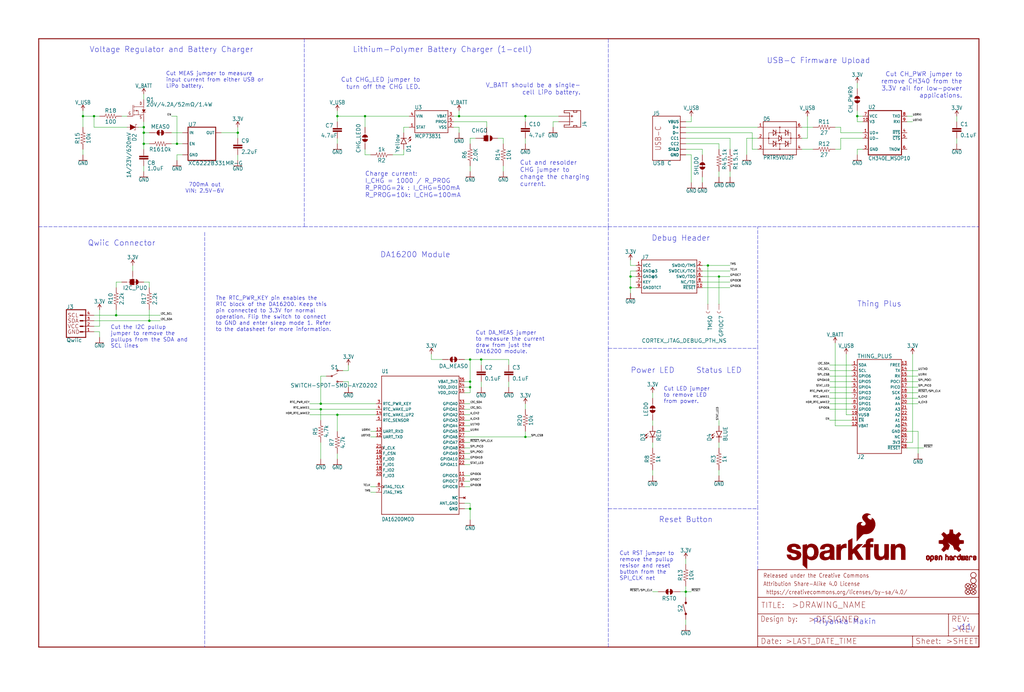
<source format=kicad_sch>
(kicad_sch (version 20211123) (generator eeschema)
  (paper "User" 470.306 317.906)
  (lib_symbols
    (symbol "eagleSchem-eagle-import:0.1UF-0402T-16V-10%"
      (property "Reference" "C" (at 1.524 2.921 0))
      (property "Value" "0.1UF-0402T-16V-10%" (at 1.524 -2.159 0))
      (symbol "0.1UF-0402T-16V-10%_1_0"
        (pin passive line (at 0 5.08 270) (length 2.54) (name "1") (number "1"))
        (pin passive line (at 0 -2.54 90) (length 2.54) (name "2") (number "2"))
      )
    )
    (symbol "eagleSchem-eagle-import:1.0UF-0402T-16V-10%"
      (property "Reference" "C" (at 1.524 2.921 0))
      (property "Value" "1.0UF-0402T-16V-10%" (at 1.524 -2.159 0))
      (symbol "1.0UF-0402T-16V-10%_1_0"
        (pin passive line (at 0 5.08 270) (length 2.54) (name "1") (number "1"))
        (pin passive line (at 0 -2.54 90) (length 2.54) (name "2") (number "2"))
      )
    )
    (symbol "eagleSchem-eagle-import:100OHM-0402-TIGHT-1{slash}16W-1%"
      (property "Reference" "R" (at 0 1.524 0))
      (property "Value" "100OHM-0402-TIGHT-1{slash}16W-1%" (at 0 -1.524 0))
      (symbol "100OHM-0402-TIGHT-1{slash}16W-1%_1_0"
        (pin passive line (at -5.08 0 0) (length 2.54) (name "1") (number "1"))
        (pin passive line (at 5.08 0 180) (length 2.54) (name "2") (number "2"))
      )
    )
    (symbol "eagleSchem-eagle-import:10KOHM-0402T-1{slash}16W-1%"
      (property "Reference" "R" (at 0 1.524 0))
      (property "Value" "10KOHM-0402T-1{slash}16W-1%" (at 0 -1.524 0))
      (symbol "10KOHM-0402T-1{slash}16W-1%_1_0"
        (pin passive line (at -5.08 0 0) (length 2.54) (name "1") (number "1"))
        (pin passive line (at 5.08 0 180) (length 2.54) (name "2") (number "2"))
      )
    )
    (symbol "eagleSchem-eagle-import:1KOHM-0402T-1{slash}16W-1%"
      (property "Reference" "R" (at 0 1.524 0))
      (property "Value" "1KOHM-0402T-1{slash}16W-1%" (at 0 -1.524 0))
      (symbol "1KOHM-0402T-1{slash}16W-1%_1_0"
        (pin passive line (at -5.08 0 0) (length 2.54) (name "1") (number "1"))
        (pin passive line (at 5.08 0 180) (length 2.54) (name "2") (number "2"))
      )
    )
    (symbol "eagleSchem-eagle-import:2.0KOHM-0402T-1{slash}16W-1%"
      (property "Reference" "R" (at 0 1.524 0))
      (property "Value" "2.0KOHM-0402T-1{slash}16W-1%" (at 0 -1.524 0))
      (symbol "2.0KOHM-0402T-1{slash}16W-1%_1_0"
        (pin passive line (at -5.08 0 0) (length 2.54) (name "1") (number "1"))
        (pin passive line (at 5.08 0 180) (length 2.54) (name "2") (number "2"))
      )
    )
    (symbol "eagleSchem-eagle-import:2.2KOHM-0402T-1{slash}16W-1%"
      (property "Reference" "R" (at 0 1.524 0))
      (property "Value" "2.2KOHM-0402T-1{slash}16W-1%" (at 0 -1.524 0))
      (symbol "2.2KOHM-0402T-1{slash}16W-1%_1_0"
        (pin passive line (at -5.08 0 0) (length 2.54) (name "1") (number "1"))
        (pin passive line (at 5.08 0 180) (length 2.54) (name "2") (number "2"))
      )
    )
    (symbol "eagleSchem-eagle-import:2.2UF-0402_TIGHT-10V-10%-X5R"
      (property "Reference" "C" (at 1.524 2.921 0))
      (property "Value" "2.2UF-0402_TIGHT-10V-10%-X5R" (at 1.524 -2.159 0))
      (symbol "2.2UF-0402_TIGHT-10V-10%-X5R_1_0"
        (pin passive line (at 0 5.08 270) (length 2.54) (name "1") (number "1"))
        (pin passive line (at 0 -2.54 90) (length 2.54) (name "2") (number "2"))
      )
    )
    (symbol "eagleSchem-eagle-import:27OHM"
      (property "Reference" "R" (at 0 1.524 0))
      (property "Value" "27OHM" (at 0 -1.524 0))
      (symbol "27OHM_1_0"
        (pin passive line (at -5.08 0 0) (length 2.54) (name "1") (number "1"))
        (pin passive line (at 5.08 0 180) (length 2.54) (name "2") (number "2"))
      )
    )
    (symbol "eagleSchem-eagle-import:3.3V" (power)
      (property "Value" "3.3V" (at 0 2.794 0))
      (symbol "3.3V_1_0"
        (pin power_in line (at 0 0 90) (length 2.54) (name "3.3V") (number "1"))
      )
    )
    (symbol "eagleSchem-eagle-import:4.7KOHM-0402T-1{slash}16W-1%"
      (property "Reference" "R" (at 0 1.524 0))
      (property "Value" "4.7KOHM-0402T-1{slash}16W-1%" (at 0 -1.524 0))
      (symbol "4.7KOHM-0402T-1{slash}16W-1%_1_0"
        (pin passive line (at -5.08 0 0) (length 2.54) (name "1") (number "1"))
        (pin passive line (at 5.08 0 180) (length 2.54) (name "2") (number "2"))
      )
    )
    (symbol "eagleSchem-eagle-import:4.7UF-0402_TIGHT-6.3V-20%-X5R"
      (property "Reference" "C" (at 1.524 2.921 0))
      (property "Value" "4.7UF-0402_TIGHT-6.3V-20%-X5R" (at 1.524 -2.159 0))
      (symbol "4.7UF-0402_TIGHT-6.3V-20%-X5R_1_0"
        (pin passive line (at 0 5.08 270) (length 2.54) (name "1") (number "1"))
        (pin passive line (at 0 -2.54 90) (length 2.54) (name "2") (number "2"))
      )
    )
    (symbol "eagleSchem-eagle-import:5.1KOHM-0402T-1{slash}16W-1%"
      (property "Reference" "R" (at 0 1.524 0))
      (property "Value" "5.1KOHM-0402T-1{slash}16W-1%" (at 0 -1.524 0))
      (symbol "5.1KOHM-0402T-1{slash}16W-1%_1_0"
        (pin passive line (at -5.08 0 0) (length 2.54) (name "1") (number "1"))
        (pin passive line (at 5.08 0 180) (length 2.54) (name "2") (number "2"))
      )
    )
    (symbol "eagleSchem-eagle-import:CH340E_MSOP10"
      (property "Reference" "U" (at -7.62 10.795 0))
      (property "Value" "CH340E_MSOP10" (at -7.62 -12.7 0))
      (symbol "CH340E_MSOP10_1_0"
        (pin bidirectional line (at -10.16 0 0) (length 2.54) (name "UD+") (number "1"))
        (pin bidirectional line (at -10.16 5.08 0) (length 2.54) (name "V3") (number "10"))
        (pin bidirectional line (at -10.16 -2.54 0) (length 2.54) (name "UD-") (number "2"))
        (pin bidirectional line (at -10.16 -7.62 0) (length 2.54) (name "GND") (number "3"))
        (pin bidirectional line (at 10.16 0 180) (length 2.54) (name "~{RTS}") (number "4"))
        (pin bidirectional line (at 10.16 -2.54 180) (length 2.54) (name "~{CTS}") (number "5"))
        (pin bidirectional line (at 10.16 -7.62 180) (length 2.54) (name "TNOW") (number "6"))
        (pin bidirectional line (at -10.16 7.62 0) (length 2.54) (name "VCC") (number "7"))
        (pin bidirectional line (at 10.16 7.62 180) (length 2.54) (name "TXO") (number "8"))
        (pin bidirectional line (at 10.16 5.08 180) (length 2.54) (name "RXI") (number "9"))
      )
    )
    (symbol "eagleSchem-eagle-import:CORTEX_JTAG_DEBUG_PTH_NS"
      (property "Reference" "J" (at -12.7 7.874 0))
      (property "Value" "CORTEX_JTAG_DEBUG_PTH_NS" (at -12.7 -9.906 0))
      (symbol "CORTEX_JTAG_DEBUG_PTH_NS_1_0"
        (pin bidirectional line (at -15.24 5.08 0) (length 2.54) (name "VCC") (number "1"))
        (pin bidirectional line (at 15.24 -5.08 180) (length 2.54) (name "~{RESET}") (number "10"))
        (pin bidirectional line (at 15.24 5.08 180) (length 2.54) (name "SWDIO/TMS") (number "2"))
        (pin bidirectional line (at -15.24 2.54 0) (length 2.54) (name "GND@3") (number "3"))
        (pin bidirectional line (at 15.24 2.54 180) (length 2.54) (name "SWDCLK/TCK") (number "4"))
        (pin bidirectional line (at -15.24 0 0) (length 2.54) (name "GND@5") (number "5"))
        (pin bidirectional line (at 15.24 0 180) (length 2.54) (name "SWO/TDO") (number "6"))
        (pin bidirectional line (at -15.24 -2.54 0) (length 2.54) (name "KEY") (number "7"))
        (pin bidirectional line (at 15.24 -2.54 180) (length 2.54) (name "NC/TDI") (number "8"))
        (pin bidirectional line (at -15.24 -5.08 0) (length 2.54) (name "GNDDTCT") (number "9"))
      )
    )
    (symbol "eagleSchem-eagle-import:DA16200MOD-AAC4WA32"
      (property "Reference" "U" (at -17.78 31.75 0))
      (property "Value" "DA16200MOD-AAC4WA32" (at -17.78 -34.29 0))
      (symbol "DA16200MOD-AAC4WA32_1_0"
        (pin no_connect line (at 20.32 -25.4 180) (length 2.54) (name "NC") (number "1"))
        (pin bidirectional line (at 20.32 -17.78 180) (length 2.54) (name "GPIOC7") (number "10"))
        (pin bidirectional line (at 20.32 -15.24 180) (length 2.54) (name "GPIOC6") (number "11"))
        (pin output line (at -20.32 2.54 0) (length 2.54) (name "UART_TXD") (number "12"))
        (pin input line (at -20.32 5.08 0) (length 2.54) (name "UART_RXD") (number "13"))
        (pin input line (at -20.32 12.7 0) (length 2.54) (name "RTC_WAKE_UP2") (number "14"))
        (pin power_in line (at 20.32 22.86 180) (length 2.54) (name "VDD_DIO2") (number "15"))
        (pin bidirectional line (at -20.32 -5.08 0) (length 2.54) (name "F_CSN") (number "16"))
        (pin bidirectional line (at -20.32 -10.16 0) (length 2.54) (name "F_IO1") (number "17"))
        (pin bidirectional line (at -20.32 -12.7 0) (length 2.54) (name "F_IO2") (number "18"))
        (pin bidirectional line (at -20.32 -7.62 0) (length 2.54) (name "F_IO0") (number "19"))
        (pin power_in line (at 20.32 -30.48 180) (length 2.54) (name "GND") (number "2"))
        (pin bidirectional line (at -20.32 -15.24 0) (length 2.54) (name "F_IO3") (number "20"))
        (pin bidirectional clock (at -20.32 -2.54 0) (length 2.54) (name "F_CLK") (number "21"))
        (pin bidirectional line (at 20.32 -10.16 180) (length 2.54) (name "GPIOA11") (number "22"))
        (pin bidirectional line (at 20.32 -7.62 180) (length 2.54) (name "GPIOA10") (number "23"))
        (pin bidirectional line (at 20.32 -5.08 180) (length 2.54) (name "GPIOA9") (number "24"))
        (pin bidirectional line (at 20.32 -2.54 180) (length 2.54) (name "GPIOA8") (number "25"))
        (pin bidirectional line (at 20.32 0 180) (length 2.54) (name "GPIOA7") (number "26"))
        (pin bidirectional line (at 20.32 2.54 180) (length 2.54) (name "GPIOA6") (number "27"))
        (pin bidirectional line (at 20.32 5.08 180) (length 2.54) (name "GPIOA5") (number "28"))
        (pin bidirectional line (at 20.32 7.62 180) (length 2.54) (name "GPIOA4") (number "29"))
        (pin input line (at -20.32 17.78 0) (length 2.54) (name "RTC_PWR_KEY") (number "3"))
        (pin bidirectional line (at 20.32 10.16 180) (length 2.54) (name "GPIOA3") (number "30"))
        (pin bidirectional line (at 20.32 12.7 180) (length 2.54) (name "GPIOA2") (number "31"))
        (pin bidirectional line (at 20.32 15.24 180) (length 2.54) (name "GPIOA1") (number "32"))
        (pin bidirectional line (at 20.32 17.78 180) (length 2.54) (name "GPIOA0") (number "33"))
        (pin power_in line (at 20.32 25.4 180) (length 2.54) (name "VDD_DIO1") (number "34"))
        (pin power_in line (at 20.32 27.94 180) (length 2.54) (name "VBAT_3V3") (number "35"))
        (pin no_connect line (at 20.32 -25.4 180) (length 2.54) (name "NC") (number "36"))
        (pin no_connect line (at 20.32 -25.4 180) (length 2.54) (name "NC") (number "37"))
        (pin input line (at -20.32 15.24 0) (length 2.54) (name "RTC_WAKE_UP") (number "4"))
        (pin output line (at -20.32 10.16 0) (length 2.54) (name "RTC_SENSOR") (number "5"))
        (pin no_connect line (at 20.32 -25.4 180) (length 2.54) (name "NC") (number "6"))
        (pin bidirectional line (at -20.32 -22.86 0) (length 2.54) (name "JTAG_TMS") (number "7"))
        (pin bidirectional clock (at -20.32 -20.32 0) (length 2.54) (name "JTAG_TCLK") (number "8"))
        (pin bidirectional line (at 20.32 -20.32 180) (length 2.54) (name "GPIOC8") (number "9"))
        (pin power_in line (at 20.32 -27.94 180) (length 2.54) (name "ANT_GND") (number "ANT_GND"))
        (pin power_in line (at 20.32 -30.48 180) (length 2.54) (name "GND") (number "GND"))
      )
    )
    (symbol "eagleSchem-eagle-import:DIODE-SCHOTTKY-BAT20J"
      (property "Reference" "D" (at -2.54 2.032 0))
      (property "Value" "DIODE-SCHOTTKY-BAT20J" (at -2.54 -2.032 0))
      (symbol "DIODE-SCHOTTKY-BAT20J_1_0"
        (pin passive line (at -2.54 0 0) (length 0) (name "A") (number "A"))
        (pin passive line (at 2.54 0 180) (length 0) (name "C") (number "C"))
      )
    )
    (symbol "eagleSchem-eagle-import:FIDUCIALUFIDUCIAL")
    (symbol "eagleSchem-eagle-import:FRAME-LEDGER"
      (symbol "FRAME-LEDGER_2_0"
        (text " https://creativecommons.org/licenses/by-sa/4.0/" (at 2.54 24.13 0) (effects (font (size 1.9304 1.6408)) (justify left bottom)))
        (text ">DESIGNER" (at 23.114 11.176 0) (effects (font (size 2.7432 2.7432)) (justify left bottom)))
        (text ">DRAWING_NAME" (at 15.494 17.78 0) (effects (font (size 2.7432 2.7432)) (justify left bottom)))
        (text ">LAST_DATE_TIME" (at 12.7 1.27 0) (effects (font (size 2.54 2.54)) (justify left bottom)))
        (text ">REV" (at 88.9 6.604 0) (effects (font (size 2.7432 2.7432)) (justify left bottom)))
        (text ">SHEET" (at 86.36 1.27 0) (effects (font (size 2.54 2.54)) (justify left bottom)))
        (text "Attribution Share-Alike 4.0 License" (at 2.54 27.94 0) (effects (font (size 1.9304 1.6408)) (justify left bottom)))
        (text "Date:" (at 1.27 1.27 0) (effects (font (size 2.54 2.54)) (justify left bottom)))
        (text "Design by:" (at 1.27 11.43 0) (effects (font (size 2.54 2.159)) (justify left bottom)))
        (text "Released under the Creative Commons" (at 2.54 31.75 0) (effects (font (size 1.9304 1.6408)) (justify left bottom)))
        (text "REV:" (at 88.9 11.43 0) (effects (font (size 2.54 2.54)) (justify left bottom)))
        (text "Sheet:" (at 72.39 1.27 0) (effects (font (size 2.54 2.54)) (justify left bottom)))
        (text "TITLE:" (at 1.524 17.78 0) (effects (font (size 2.54 2.54)) (justify left bottom)))
      )
    )
    (symbol "eagleSchem-eagle-import:GND" (power)
      (property "Value" "GND" (at 0 -0.254 0))
      (symbol "GND_1_0"
        (pin power_in line (at 0 2.54 270) (length 2.54) (name "GND") (number "1"))
      )
    )
    (symbol "eagleSchem-eagle-import:JST_2MM_MALE"
      (property "Reference" "J" (at -2.54 5.842 0))
      (symbol "JST_2MM_MALE_1_0"
        (pin bidirectional line (at 0 -5.08 90) (length 5.08) (name "-") (number "1"))
        (pin bidirectional line (at 2.54 -5.08 90) (length 5.08) (name "+") (number "2"))
        (pin bidirectional line (at -2.54 2.54 90) (length 0) (name "PAD1") (number "NC1"))
        (pin bidirectional line (at 5.08 2.54 90) (length 0) (name "PAD2") (number "NC2"))
      )
    )
    (symbol "eagleSchem-eagle-import:JUMPER-COMBO_2_NC_TRACE"
      (property "Reference" "JP" (at 0 2.794 0))
      (property "Value" "JUMPER-COMBO_2_NC_TRACE" (at 0 -2.794 0))
      (symbol "JUMPER-COMBO_2_NC_TRACE_1_0"
        (pin passive line (at -5.08 0 0) (length 2.54) (name "1") (number "1"))
        (pin passive line (at 5.08 0 180) (length 2.54) (name "2") (number "2"))
        (pin passive line (at -5.08 0 0) (length 2.54) (name "1") (number "3"))
        (pin passive line (at 5.08 0 180) (length 2.54) (name "2") (number "4"))
      )
    )
    (symbol "eagleSchem-eagle-import:JUMPER-SMT_2_NC_TRACE_SILK"
      (property "Reference" "JP" (at 0 3.048 0))
      (property "Value" "JUMPER-SMT_2_NC_TRACE_SILK" (at 0 -3.048 0))
      (symbol "JUMPER-SMT_2_NC_TRACE_SILK_1_0"
        (pin passive line (at -5.08 0 0) (length 2.54) (name "1") (number "1"))
        (pin passive line (at 5.08 0 180) (length 2.54) (name "2") (number "2"))
      )
    )
    (symbol "eagleSchem-eagle-import:JUMPER-SMT_3_1-NC_TRACE_SILK"
      (property "Reference" "JP" (at 5.842 1.524 0))
      (property "Value" "JUMPER-SMT_3_1-NC_TRACE_SILK" (at 6.604 -1.27 0))
      (symbol "JUMPER-SMT_3_1-NC_TRACE_SILK_1_0"
        (pin passive line (at 0 5.08 270) (length 2.54) (name "1") (number "1"))
        (pin passive line (at -5.08 0 0) (length 2.54) (name "2") (number "2"))
        (pin passive line (at 0 -5.08 90) (length 2.54) (name "3") (number "3"))
      )
    )
    (symbol "eagleSchem-eagle-import:JUMPER-SMT_3_2-NC_TRACE_SILK"
      (property "Reference" "JP" (at 6.096 1.524 0))
      (property "Value" "JUMPER-SMT_3_2-NC_TRACE_SILK" (at 6.858 -1.524 0))
      (symbol "JUMPER-SMT_3_2-NC_TRACE_SILK_1_0"
        (pin passive line (at 0 5.08 270) (length 2.54) (name "1") (number "1"))
        (pin passive line (at -5.08 0 0) (length 2.54) (name "2") (number "2"))
        (pin passive line (at 0 -5.08 90) (length 2.54) (name "3") (number "3"))
      )
    )
    (symbol "eagleSchem-eagle-import:LED-BLUE0603"
      (property "Reference" "D" (at -3.429 -4.572 90))
      (property "Value" "LED-BLUE0603" (at 1.905 -4.572 90))
      (symbol "LED-BLUE0603_1_0"
        (pin passive line (at 0 2.54 270) (length 2.54) (name "A") (number "A"))
        (pin passive line (at 0 -5.08 90) (length 2.54) (name "C") (number "C"))
      )
    )
    (symbol "eagleSchem-eagle-import:LED-RED0603"
      (property "Reference" "D" (at -3.429 -4.572 90))
      (property "Value" "LED-RED0603" (at 1.905 -4.572 90))
      (symbol "LED-RED0603_1_0"
        (pin passive line (at 0 2.54 270) (length 2.54) (name "A") (number "A"))
        (pin passive line (at 0 -5.08 90) (length 2.54) (name "C") (number "C"))
      )
    )
    (symbol "eagleSchem-eagle-import:LED-YELLOW0603"
      (property "Reference" "D" (at -3.429 -4.572 90))
      (property "Value" "LED-YELLOW0603" (at 1.905 -4.572 90))
      (symbol "LED-YELLOW0603_1_0"
        (pin passive line (at 0 2.54 270) (length 2.54) (name "A") (number "A"))
        (pin passive line (at 0 -5.08 90) (length 2.54) (name "C") (number "C"))
      )
    )
    (symbol "eagleSchem-eagle-import:MCP73831"
      (property "Reference" "U" (at -7.62 5.588 0))
      (property "Value" "MCP73831" (at -7.62 -7.62 0))
      (symbol "MCP73831_1_0"
        (pin output line (at -10.16 -2.54 0) (length 2.54) (name "STAT") (number "1"))
        (pin power_in line (at 10.16 -2.54 180) (length 2.54) (name "VSS") (number "2"))
        (pin power_in line (at 10.16 2.54 180) (length 2.54) (name "VBAT") (number "3"))
        (pin power_in line (at -10.16 2.54 0) (length 2.54) (name "VIN") (number "4"))
        (pin input line (at 10.16 0 180) (length 2.54) (name "PROG") (number "5"))
      )
    )
    (symbol "eagleSchem-eagle-import:MOMENTARY-SWITCH-SPST-SMD-5.2MM-TALL"
      (property "Reference" "S" (at 0 1.524 0))
      (property "Value" "MOMENTARY-SWITCH-SPST-SMD-5.2MM-TALL" (at 0 -0.508 0))
      (symbol "MOMENTARY-SWITCH-SPST-SMD-5.2MM-TALL_1_0"
        (pin passive line (at -5.08 0 0) (length 2.54) (name "1") (number "1"))
        (pin passive line (at 5.08 0 180) (length 2.54) (name "2") (number "3"))
      )
    )
    (symbol "eagleSchem-eagle-import:MOSFET_PCH-DMG2305UX-7"
      (property "Reference" "Q" (at 5.08 0 0))
      (property "Value" "MOSFET_PCH-DMG2305UX-7" (at 5.08 -2.54 0))
      (symbol "MOSFET_PCH-DMG2305UX-7_1_0"
        (text "D" (at 0.508 2.54 0) (effects (font (size 1.27 1.0795)) (justify left bottom)))
        (text "G" (at -3.302 -0.508 0) (effects (font (size 1.27 1.0795)) (justify right top)))
        (text "S" (at 0.508 -3.81 0) (effects (font (size 1.27 1.0795)) (justify left bottom)))
        (pin bidirectional line (at -5.08 -2.54 0) (length 2.54) (name "G") (number "1"))
        (pin bidirectional line (at 2.54 -5.08 90) (length 2.54) (name "S") (number "2"))
        (pin bidirectional line (at 2.54 5.08 270) (length 2.54) (name "D") (number "3"))
      )
    )
    (symbol "eagleSchem-eagle-import:OSHW-LOGOS")
    (symbol "eagleSchem-eagle-import:PRTR5V0U2F"
      (property "Reference" "D" (at -7.62 7.874 0))
      (property "Value" "PRTR5V0U2F" (at -7.62 -7.874 0))
      (symbol "PRTR5V0U2F_1_0"
        (pin bidirectional line (at -10.16 5.08 0) (length 2.54) (name "1") (number "1"))
        (pin power_in line (at -10.16 0 0) (length 2.54) (name "2") (number "2"))
        (pin bidirectional line (at -10.16 -5.08 0) (length 2.54) (name "3") (number "3"))
        (pin bidirectional line (at 10.16 -5.08 180) (length 2.54) (name "4") (number "4"))
        (pin power_in line (at 10.16 0 180) (length 2.54) (name "5") (number "5"))
        (pin bidirectional line (at 10.16 5.08 180) (length 2.54) (name "6") (number "6"))
      )
    )
    (symbol "eagleSchem-eagle-import:QWIIC_CONNECTORJS-1MM"
      (property "Reference" "J" (at -5.08 7.874 0))
      (property "Value" "QWIIC_CONNECTORJS-1MM" (at -5.08 -5.334 0))
      (symbol "QWIIC_CONNECTORJS-1MM_1_0"
        (text "GND" (at -4.572 -2.54 0) (effects (font (size 1.778 1.778)) (justify left)))
        (text "SCL" (at -4.572 5.08 0) (effects (font (size 1.778 1.778)) (justify left)))
        (text "SDA" (at -4.572 2.54 0) (effects (font (size 1.778 1.778)) (justify left)))
        (text "VCC" (at -4.572 0 0) (effects (font (size 1.778 1.778)) (justify left)))
        (pin power_in line (at 7.62 -2.54 180) (length 5.08) (name "1") (number "1"))
        (pin power_in line (at 7.62 0 180) (length 5.08) (name "2") (number "2"))
        (pin passive line (at 7.62 2.54 180) (length 5.08) (name "3") (number "3"))
        (pin passive line (at 7.62 5.08 180) (length 5.08) (name "4") (number "4"))
      )
    )
    (symbol "eagleSchem-eagle-import:SFE_LOGO_NAME_FLAME.1_INCH")
    (symbol "eagleSchem-eagle-import:STAND-OFF")
    (symbol "eagleSchem-eagle-import:SWITCH-SPDT-SMD-AYZ0202"
      (property "Reference" "S" (at 1.27 3.048 0))
      (property "Value" "SWITCH-SPDT-SMD-AYZ0202" (at 1.016 -3.302 0))
      (symbol "SWITCH-SPDT-SMD-AYZ0202_1_0"
        (pin passive line (at 5.08 2.54 180) (length 2.54) (name "O") (number "1"))
        (pin passive line (at -2.54 0 0) (length 2.54) (name "P") (number "2"))
        (pin passive line (at 5.08 -2.54 180) (length 2.54) (name "S") (number "3"))
      )
    )
    (symbol "eagleSchem-eagle-import:TEST-POINT3"
      (property "Reference" "TP" (at -2.54 2.54 0))
      (property "Value" "TEST-POINT3" (at -2.54 -2.54 0))
      (symbol "TEST-POINT3_1_0"
        (pin bidirectional line (at 0 0 180) (length 0) (name "1") (number "1"))
      )
    )
    (symbol "eagleSchem-eagle-import:THING_PLUS"
      (property "Reference" "J" (at -10.16 -33.02 0))
      (property "Value" "THING_PLUS" (at -10.16 13.208 0))
      (symbol "THING_PLUS_1_0"
        (pin bidirectional line (at -12.7 10.16 0) (length 2.54) (name "SDA") (number "1"))
        (pin bidirectional line (at -12.7 -12.7 0) (length 2.54) (name "VUSB") (number "10"))
        (pin bidirectional line (at -12.7 -15.24 0) (length 2.54) (name "~{EN}") (number "11"))
        (pin bidirectional line (at -12.7 -17.78 0) (length 2.54) (name "VBAT") (number "12"))
        (pin bidirectional line (at 12.7 10.16 180) (length 2.54) (name "FREE") (number "13"))
        (pin bidirectional line (at 12.7 7.62 180) (length 2.54) (name "TX") (number "14"))
        (pin bidirectional line (at 12.7 5.08 180) (length 2.54) (name "RX") (number "15"))
        (pin bidirectional line (at 12.7 2.54 180) (length 2.54) (name "POCI") (number "16"))
        (pin bidirectional line (at 12.7 0 180) (length 2.54) (name "PICO") (number "17"))
        (pin bidirectional line (at 12.7 -2.54 180) (length 2.54) (name "SCK") (number "18"))
        (pin bidirectional line (at 12.7 -5.08 180) (length 2.54) (name "A5") (number "19"))
        (pin bidirectional line (at -12.7 7.62 0) (length 2.54) (name "SCL") (number "2"))
        (pin bidirectional line (at 12.7 -7.62 180) (length 2.54) (name "A4") (number "20"))
        (pin bidirectional line (at 12.7 -10.16 180) (length 2.54) (name "A3") (number "21"))
        (pin bidirectional line (at 12.7 -12.7 180) (length 2.54) (name "A2") (number "22"))
        (pin bidirectional line (at 12.7 -15.24 180) (length 2.54) (name "A1") (number "23"))
        (pin bidirectional line (at 12.7 -17.78 180) (length 2.54) (name "A0") (number "24"))
        (pin bidirectional line (at 12.7 -20.32 180) (length 2.54) (name "GND") (number "25"))
        (pin bidirectional line (at 12.7 -22.86 180) (length 2.54) (name "NC") (number "26"))
        (pin bidirectional line (at 12.7 -25.4 180) (length 2.54) (name "3V3") (number "27"))
        (pin bidirectional line (at 12.7 -27.94 180) (length 2.54) (name "~{RESET}") (number "28"))
        (pin bidirectional line (at -12.7 5.08 0) (length 2.54) (name "GPIO6") (number "3"))
        (pin bidirectional line (at -12.7 2.54 0) (length 2.54) (name "GPIO5") (number "4"))
        (pin bidirectional line (at -12.7 0 0) (length 2.54) (name "GPIO4") (number "5"))
        (pin bidirectional line (at -12.7 -2.54 0) (length 2.54) (name "GPIO3") (number "6"))
        (pin bidirectional line (at -12.7 -5.08 0) (length 2.54) (name "GPIO2") (number "7"))
        (pin bidirectional line (at -12.7 -7.62 0) (length 2.54) (name "GPIO1") (number "8"))
        (pin bidirectional line (at -12.7 -10.16 0) (length 2.54) (name "GPIO0") (number "9"))
      )
    )
    (symbol "eagleSchem-eagle-import:USB_C_4-LAYER-ISOLATED"
      (property "Reference" "J" (at -2.54 10.414 0))
      (property "Value" "USB_C_4-LAYER-ISOLATED" (at -2.54 -12.446 0))
      (symbol "USB_C_4-LAYER-ISOLATED_1_0"
        (text "USB-C" (at 0 0 900) (effects (font (size 2.54 2.159))))
        (pin bidirectional line (at 12.7 0 180) (length 2.54) (name "CC1") (number "A5"))
        (pin bidirectional line (at 12.7 5.08 180) (length 2.54) (name "D+") (number "A6"))
        (pin bidirectional line (at 12.7 2.54 180) (length 2.54) (name "D-") (number "A7"))
        (pin bidirectional line (at 12.7 -2.54 180) (length 2.54) (name "CC2") (number "B5"))
        (pin bidirectional line (at 12.7 5.08 180) (length 2.54) (name "D+") (number "B6"))
        (pin bidirectional line (at 12.7 2.54 180) (length 2.54) (name "D-") (number "B7"))
        (pin bidirectional line (at 12.7 -7.62 180) (length 2.54) (name "GND") (number "GND"))
        (pin bidirectional line (at 12.7 -7.62 180) (length 2.54) (name "GND") (number "GND2"))
        (pin bidirectional line (at 12.7 -5.08 180) (length 2.54) (name "SHLD") (number "SHLD1"))
        (pin bidirectional line (at 12.7 -5.08 180) (length 2.54) (name "SHLD") (number "SHLD2"))
        (pin bidirectional line (at 12.7 -5.08 180) (length 2.54) (name "SHLD") (number "SHLD3"))
        (pin bidirectional line (at 12.7 -5.08 180) (length 2.54) (name "SHLD") (number "SHLD4"))
        (pin bidirectional line (at 12.7 -5.08 180) (length 2.54) (name "SHLD") (number "SHLD5"))
        (pin bidirectional line (at 12.7 -5.08 180) (length 2.54) (name "SHLD") (number "SHLD6"))
        (pin bidirectional line (at 12.7 -5.08 180) (length 2.54) (name "SHLD") (number "SHLD7"))
        (pin bidirectional line (at 12.7 -5.08 180) (length 2.54) (name "SHLD") (number "SHLD8"))
        (pin bidirectional line (at 12.7 7.62 180) (length 2.54) (name "VBUS") (number "VBUS1"))
        (pin bidirectional line (at 12.7 7.62 180) (length 2.54) (name "VBUS") (number "VBUS2"))
      )
    )
    (symbol "eagleSchem-eagle-import:V_BATT" (power)
      (property "Value" "V_BATT" (at 0 2.794 0))
      (symbol "V_BATT_1_0"
        (pin power_in line (at 0 0 90) (length 2.54) (name "V_BATT") (number "1"))
      )
    )
    (symbol "eagleSchem-eagle-import:V_USB" (power)
      (property "Value" "V_USB" (at 0 2.794 0))
      (symbol "V_USB_1_0"
        (pin power_in line (at 0 0 90) (length 2.54) (name "V_USB") (number "1"))
      )
    )
    (symbol "eagleSchem-eagle-import:XC6222B331MR-G"
      (property "Reference" "U" (at -7.62 7.874 0))
      (property "Value" "XC6222B331MR-G" (at -7.62 -7.874 0))
      (symbol "XC6222B331MR-G_1_0"
        (pin input line (at -10.16 5.08 0) (length 2.54) (name "IN") (number "1"))
        (pin input line (at -10.16 -5.08 0) (length 2.54) (name "GND") (number "2"))
        (pin input line (at -10.16 0 0) (length 2.54) (name "EN") (number "3"))
        (pin passive line (at 7.62 5.08 180) (length 2.54) (name "OUT") (number "5"))
      )
    )
  )
  (junction (at 330.2 127))
  (junction (at 167.64 53.34))
  (junction (at 68.58 147.32))
  (junction (at 289.56 132.08))
  (junction (at 215.9 165.1))
  (junction (at 43.18 53.34))
  (junction (at 66.04 66.04))
  (junction (at 147.32 187.96))
  (junction (at 314.96 271.78))
  (junction (at 393.7 53.34))
  (junction (at 154.94 53.34))
  (junction (at 66.04 60.96))
  (junction (at 147.32 185.42))
  (junction (at 38.1 53.34))
  (junction (at 53.34 144.78))
  (junction (at 109.22 60.96))
  (junction (at 81.28 66.04))
  (junction (at 66.04 58.42))
  (junction (at 154.94 190.5))
  (junction (at 241.3 53.34))
  (junction (at 215.9 177.8))
  (junction (at 220.98 165.1))
  (junction (at 241.3 200.66))
  (junction (at 215.9 175.26))
  (junction (at 289.56 127))
  (junction (at 210.82 53.34))
  (junction (at 215.9 233.68))
  (junction (at 325.12 121.92))
  (polyline (pts (xy 279.4 104.14) (xy 347.98 104.14)))
  (wire (pts (xy 335.28 63.5) (xy 335.28 68.58)))
  (wire (pts (xy 416.56 180.34) (xy 421.64 180.34)))
  (wire (pts (xy 396.24 68.58) (xy 393.7 68.58)))
  (wire (pts (xy 421.64 198.12) (xy 421.64 208.28)))
  (wire (pts (xy 330.2 139.7) (xy 330.2 127)))
  (wire (pts (xy 345.44 60.96) (xy 345.44 68.58)))
  (wire (pts (xy 154.94 53.34) (xy 154.94 55.88)))
  (wire (pts (xy 154.94 190.5) (xy 142.24 190.5)))
  (wire (pts (xy 45.72 149.86) (xy 45.72 142.24)))
  (wire (pts (xy 416.56 170.18) (xy 421.64 170.18)))
  (wire (pts (xy 213.36 213.36) (xy 215.9 213.36)))
  (wire (pts (xy 53.34 142.24) (xy 53.34 144.78)))
  (polyline (pts (xy 139.7 17.78) (xy 139.7 104.14)))
  (wire (pts (xy 213.36 187.96) (xy 215.9 187.96)))
  (wire (pts (xy 391.16 167.64) (xy 381 167.64)))
  (wire (pts (xy 322.58 68.58) (xy 322.58 71.12)))
  (wire (pts (xy 330.2 195.58) (xy 330.2 193.04)))
  (wire (pts (xy 254 55.88) (xy 254 58.42)))
  (wire (pts (xy 198.12 165.1) (xy 203.2 165.1)))
  (wire (pts (xy 170.18 71.12) (xy 167.64 71.12)))
  (wire (pts (xy 322.58 121.92) (xy 325.12 121.92)))
  (wire (pts (xy 43.18 58.42) (xy 58.42 58.42)))
  (wire (pts (xy 154.94 53.34) (xy 154.94 50.8)))
  (wire (pts (xy 53.34 132.08) (xy 53.34 129.54)))
  (wire (pts (xy 416.56 53.34) (xy 419.1 53.34)))
  (wire (pts (xy 172.72 226.06) (xy 170.18 226.06)))
  (wire (pts (xy 233.68 167.64) (xy 233.68 165.1)))
  (wire (pts (xy 396.24 53.34) (xy 393.7 53.34)))
  (wire (pts (xy 391.16 190.5) (xy 388.62 190.5)))
  (wire (pts (xy 101.6 60.96) (xy 109.22 60.96)))
  (wire (pts (xy 218.44 63.5) (xy 215.9 63.5)))
  (wire (pts (xy 68.58 60.96) (xy 66.04 60.96)))
  (wire (pts (xy 231.14 63.5) (xy 231.14 66.04)))
  (wire (pts (xy 160.02 170.18) (xy 160.02 167.64)))
  (wire (pts (xy 68.58 147.32) (xy 73.66 147.32)))
  (wire (pts (xy 241.3 185.42) (xy 241.3 187.96)))
  (wire (pts (xy 241.3 53.34) (xy 210.82 53.34)))
  (wire (pts (xy 43.18 149.86) (xy 45.72 149.86)))
  (wire (pts (xy 60.96 124.46) (xy 60.96 121.92)))
  (wire (pts (xy 213.36 220.98) (xy 215.9 220.98)))
  (wire (pts (xy 312.42 271.78) (xy 314.96 271.78)))
  (wire (pts (xy 241.3 200.66) (xy 243.84 200.66)))
  (wire (pts (xy 330.2 215.9) (xy 330.2 218.44)))
  (wire (pts (xy 317.5 55.88) (xy 317.5 53.34)))
  (wire (pts (xy 53.34 129.54) (xy 55.88 129.54)))
  (wire (pts (xy 109.22 60.96) (xy 109.22 63.5)))
  (wire (pts (xy 66.04 55.88) (xy 66.04 58.42)))
  (wire (pts (xy 241.3 198.12) (xy 241.3 200.66)))
  (wire (pts (xy 416.56 177.8) (xy 421.64 177.8)))
  (wire (pts (xy 299.72 203.2) (xy 299.72 205.74)))
  (wire (pts (xy 213.36 200.66) (xy 241.3 200.66)))
  (wire (pts (xy 314.96 274.32) (xy 314.96 271.78)))
  (wire (pts (xy 167.64 58.42) (xy 167.64 53.34)))
  (wire (pts (xy 45.72 152.4) (xy 45.72 154.94)))
  (wire (pts (xy 43.18 152.4) (xy 45.72 152.4)))
  (wire (pts (xy 322.58 81.28) (xy 322.58 83.82)))
  (wire (pts (xy 157.48 170.18) (xy 160.02 170.18)))
  (wire (pts (xy 439.42 66.04) (xy 439.42 63.5)))
  (wire (pts (xy 167.64 71.12) (xy 167.64 68.58)))
  (wire (pts (xy 393.7 68.58) (xy 393.7 71.12)))
  (wire (pts (xy 314.96 256.54) (xy 314.96 259.08)))
  (wire (pts (xy 368.3 63.5) (xy 370.84 63.5)))
  (wire (pts (xy 45.72 53.34) (xy 43.18 53.34)))
  (wire (pts (xy 289.56 127) (xy 289.56 132.08)))
  (wire (pts (xy 185.42 71.12) (xy 180.34 71.12)))
  (wire (pts (xy 215.9 175.26) (xy 215.9 165.1)))
  (wire (pts (xy 215.9 233.68) (xy 215.9 238.76)))
  (wire (pts (xy 220.98 167.64) (xy 220.98 165.1)))
  (wire (pts (xy 325.12 139.7) (xy 325.12 121.92)))
  (wire (pts (xy 81.28 66.04) (xy 78.74 66.04)))
  (wire (pts (xy 66.04 76.2) (xy 66.04 78.74)))
  (wire (pts (xy 322.58 124.46) (xy 335.28 124.46)))
  (wire (pts (xy 213.36 205.74) (xy 215.9 205.74)))
  (polyline (pts (xy 347.98 160.02) (xy 347.98 104.14)))
  (wire (pts (xy 213.36 231.14) (xy 215.9 231.14)))
  (wire (pts (xy 314.96 284.48) (xy 314.96 287.02)))
  (wire (pts (xy 416.56 205.74) (xy 424.18 205.74)))
  (wire (pts (xy 345.44 68.58) (xy 347.98 68.58)))
  (wire (pts (xy 78.74 60.96) (xy 83.82 60.96)))
  (wire (pts (xy 185.42 68.58) (xy 185.42 71.12)))
  (wire (pts (xy 330.2 66.04) (xy 330.2 68.58)))
  (wire (pts (xy 147.32 185.42) (xy 147.32 172.72)))
  (wire (pts (xy 314.96 68.58) (xy 322.58 68.58)))
  (wire (pts (xy 241.3 55.88) (xy 241.3 53.34)))
  (wire (pts (xy 83.82 71.12) (xy 81.28 71.12)))
  (wire (pts (xy 210.82 53.34) (xy 208.28 53.34)))
  (wire (pts (xy 66.04 66.04) (xy 66.04 60.96)))
  (wire (pts (xy 233.68 177.8) (xy 233.68 175.26)))
  (wire (pts (xy 172.72 187.96) (xy 147.32 187.96)))
  (wire (pts (xy 63.5 58.42) (xy 66.04 58.42)))
  (wire (pts (xy 416.56 175.26) (xy 421.64 175.26)))
  (wire (pts (xy 109.22 73.66) (xy 109.22 71.12)))
  (wire (pts (xy 220.98 165.1) (xy 215.9 165.1)))
  (wire (pts (xy 393.7 50.8) (xy 393.7 53.34)))
  (wire (pts (xy 208.28 58.42) (xy 210.82 58.42)))
  (wire (pts (xy 386.08 63.5) (xy 386.08 68.58)))
  (wire (pts (xy 147.32 193.04) (xy 147.32 187.96)))
  (wire (pts (xy 213.36 195.58) (xy 215.9 195.58)))
  (wire (pts (xy 391.16 170.18) (xy 381 170.18)))
  (wire (pts (xy 213.36 203.2) (xy 215.9 203.2)))
  (wire (pts (xy 215.9 63.5) (xy 215.9 66.04)))
  (wire (pts (xy 322.58 132.08) (xy 335.28 132.08)))
  (wire (pts (xy 342.9 63.5) (xy 342.9 71.12)))
  (wire (pts (xy 187.96 53.34) (xy 167.64 53.34)))
  (wire (pts (xy 68.58 66.04) (xy 66.04 66.04)))
  (wire (pts (xy 213.36 185.42) (xy 215.9 185.42)))
  (wire (pts (xy 383.54 195.58) (xy 383.54 157.48)))
  (wire (pts (xy 396.24 60.96) (xy 386.08 60.96)))
  (wire (pts (xy 386.08 58.42) (xy 383.54 58.42)))
  (wire (pts (xy 198.12 162.56) (xy 198.12 165.1)))
  (wire (pts (xy 396.24 63.5) (xy 386.08 63.5)))
  (wire (pts (xy 314.96 271.78) (xy 317.5 271.78)))
  (wire (pts (xy 213.36 218.44) (xy 215.9 218.44)))
  (wire (pts (xy 147.32 185.42) (xy 142.24 185.42)))
  (wire (pts (xy 368.3 58.42) (xy 373.38 58.42)))
  (wire (pts (xy 210.82 50.8) (xy 210.82 53.34)))
  (wire (pts (xy 213.36 223.52) (xy 215.9 223.52)))
  (wire (pts (xy 391.16 180.34) (xy 381 180.34)))
  (wire (pts (xy 109.22 60.96) (xy 109.22 58.42)))
  (wire (pts (xy 292.1 121.92) (xy 289.56 121.92)))
  (wire (pts (xy 302.26 271.78) (xy 299.72 271.78)))
  (wire (pts (xy 66.04 66.04) (xy 66.04 68.58)))
  (wire (pts (xy 185.42 58.42) (xy 187.96 58.42)))
  (wire (pts (xy 314.96 60.96) (xy 345.44 60.96)))
  (wire (pts (xy 223.52 55.88) (xy 223.52 58.42)))
  (wire (pts (xy 215.9 76.2) (xy 215.9 78.74)))
  (polyline (pts (xy 279.4 104.14) (xy 279.4 17.78)))
  (wire (pts (xy 386.08 60.96) (xy 386.08 58.42)))
  (wire (pts (xy 391.16 185.42) (xy 381 185.42)))
  (wire (pts (xy 213.36 177.8) (xy 215.9 177.8)))
  (wire (pts (xy 147.32 187.96) (xy 142.24 187.96)))
  (wire (pts (xy 368.3 68.58) (xy 373.38 68.58)))
  (wire (pts (xy 391.16 177.8) (xy 381 177.8)))
  (wire (pts (xy 289.56 132.08) (xy 289.56 134.62)))
  (wire (pts (xy 396.24 55.88) (xy 393.7 55.88)))
  (wire (pts (xy 256.54 55.88) (xy 254 55.88)))
  (wire (pts (xy 172.72 200.66) (xy 170.18 200.66)))
  (wire (pts (xy 157.48 175.26) (xy 160.02 175.26)))
  (wire (pts (xy 215.9 177.8) (xy 215.9 175.26)))
  (wire (pts (xy 172.72 198.12) (xy 170.18 198.12)))
  (polyline (pts (xy 93.98 106.68) (xy 93.98 297.18)))
  (wire (pts (xy 68.58 142.24) (xy 68.58 147.32)))
  (wire (pts (xy 416.56 182.88) (xy 421.64 182.88)))
  (wire (pts (xy 391.16 172.72) (xy 381 172.72)))
  (wire (pts (xy 347.98 63.5) (xy 342.9 63.5)))
  (wire (pts (xy 81.28 66.04) (xy 81.28 53.34)))
  (wire (pts (xy 43.18 147.32) (xy 68.58 147.32)))
  (wire (pts (xy 393.7 55.88) (xy 393.7 53.34)))
  (polyline (pts (xy 279.4 104.14) (xy 279.4 160.02)))
  (wire (pts (xy 38.1 71.12) (xy 38.1 68.58)))
  (wire (pts (xy 391.16 195.58) (xy 383.54 195.58)))
  (wire (pts (xy 43.18 53.34) (xy 43.18 58.42)))
  (wire (pts (xy 289.56 121.92) (xy 289.56 119.38)))
  (wire (pts (xy 416.56 203.2) (xy 419.1 203.2)))
  (wire (pts (xy 55.88 53.34) (xy 58.42 53.34)))
  (wire (pts (xy 154.94 210.82) (xy 154.94 208.28)))
  (polyline (pts (xy 279.4 160.02) (xy 347.98 160.02)))
  (wire (pts (xy 419.1 203.2) (xy 419.1 162.56)))
  (wire (pts (xy 172.72 190.5) (xy 154.94 190.5)))
  (wire (pts (xy 386.08 68.58) (xy 383.54 68.58)))
  (wire (pts (xy 370.84 63.5) (xy 370.84 53.34)))
  (wire (pts (xy 68.58 129.54) (xy 68.58 132.08)))
  (wire (pts (xy 325.12 121.92) (xy 335.28 121.92)))
  (wire (pts (xy 317.5 71.12) (xy 317.5 83.82)))
  (wire (pts (xy 81.28 53.34) (xy 78.74 53.34)))
  (wire (pts (xy 228.6 63.5) (xy 231.14 63.5)))
  (wire (pts (xy 317.5 71.12) (xy 314.96 71.12)))
  (wire (pts (xy 43.18 144.78) (xy 53.34 144.78)))
  (polyline (pts (xy 279.4 233.68) (xy 279.4 297.18)))
  (wire (pts (xy 185.42 58.42) (xy 185.42 60.96)))
  (wire (pts (xy 416.56 172.72) (xy 421.64 172.72)))
  (wire (pts (xy 391.16 187.96) (xy 381 187.96)))
  (wire (pts (xy 215.9 231.14) (xy 215.9 233.68)))
  (wire (pts (xy 213.36 180.34) (xy 215.9 180.34)))
  (wire (pts (xy 43.18 53.34) (xy 38.1 53.34)))
  (wire (pts (xy 314.96 55.88) (xy 317.5 55.88)))
  (wire (pts (xy 292.1 124.46) (xy 289.56 124.46)))
  (wire (pts (xy 154.94 190.5) (xy 154.94 198.12)))
  (wire (pts (xy 213.36 175.26) (xy 215.9 175.26)))
  (wire (pts (xy 299.72 180.34) (xy 299.72 182.88)))
  (wire (pts (xy 220.98 165.1) (xy 233.68 165.1)))
  (wire (pts (xy 66.04 60.96) (xy 66.04 58.42)))
  (wire (pts (xy 330.2 81.28) (xy 330.2 78.74)))
  (wire (pts (xy 314.96 66.04) (xy 330.2 66.04)))
  (wire (pts (xy 53.34 144.78) (xy 73.66 144.78)))
  (wire (pts (xy 314.96 63.5) (xy 335.28 63.5)))
  (wire (pts (xy 416.56 198.12) (xy 421.64 198.12)))
  (wire (pts (xy 330.2 127) (xy 335.28 127)))
  (wire (pts (xy 416.56 55.88) (xy 419.1 55.88)))
  (polyline (pts (xy 279.4 160.02) (xy 279.4 233.68)))
  (wire (pts (xy 167.64 53.34) (xy 154.94 53.34)))
  (wire (pts (xy 393.7 40.64) (xy 393.7 38.1)))
  (wire (pts (xy 213.36 233.68) (xy 215.9 233.68)))
  (wire (pts (xy 322.58 129.54) (xy 335.28 129.54)))
  (wire (pts (xy 213.36 210.82) (xy 215.9 210.82)))
  (wire (pts (xy 213.36 208.28) (xy 215.9 208.28)))
  (wire (pts (xy 213.36 198.12) (xy 215.9 198.12)))
  (wire (pts (xy 220.98 177.8) (xy 220.98 175.26)))
  (wire (pts (xy 160.02 175.26) (xy 160.02 177.8)))
  (wire (pts (xy 241.3 66.04) (xy 241.3 63.5)))
  (wire (pts (xy 66.04 129.54) (xy 68.58 129.54)))
  (polyline (pts (xy 279.4 233.68) (xy 347.98 233.68)))
  (wire (pts (xy 289.56 124.46) (xy 289.56 127)))
  (wire (pts (xy 292.1 127) (xy 289.56 127)))
  (wire (pts (xy 330.2 203.2) (xy 330.2 205.74)))
  (wire (pts (xy 314.96 58.42) (xy 347.98 58.42)))
  (wire (pts (xy 335.28 81.28) (xy 335.28 78.74)))
  (wire (pts (xy 391.16 182.88) (xy 381 182.88)))
  (wire (pts (xy 210.82 58.42) (xy 210.82 60.96)))
  (wire (pts (xy 391.16 175.26) (xy 381 175.26)))
  (polyline (pts (xy 347.98 233.68) (xy 347.98 160.02)))
  (wire (pts (xy 439.42 53.34) (xy 439.42 55.88)))
  (wire (pts (xy 172.72 185.42) (xy 147.32 185.42)))
  (polyline (pts (xy 347.98 261.62) (xy 347.98 233.68)))
  (wire (pts (xy 241.3 53.34) (xy 256.54 53.34)))
  (wire (pts (xy 215.9 165.1) (xy 213.36 165.1)))
  (wire (pts (xy 416.56 185.42) (xy 421.64 185.42)))
  (wire (pts (xy 172.72 223.52) (xy 170.18 223.52)))
  (wire (pts (xy 38.1 58.42) (xy 38.1 53.34)))
  (wire (pts (xy 208.28 55.88) (xy 223.52 55.88)))
  (wire (pts (xy 215.9 180.34) (xy 215.9 177.8)))
  (wire (pts (xy 322.58 127) (xy 330.2 127)))
  (wire (pts (xy 38.1 50.8) (xy 38.1 53.34)))
  (wire (pts (xy 388.62 190.5) (xy 388.62 162.56)))
  (wire (pts (xy 289.56 132.08) (xy 292.1 132.08)))
  (wire (pts (xy 299.72 215.9) (xy 299.72 218.44)))
  (polyline (pts (xy 347.98 104.14) (xy 449.58 104.14)))
  (wire (pts (xy 314.96 271.78) (xy 314.96 269.24)))
  (wire (pts (xy 81.28 71.12) (xy 81.28 73.66)))
  (wire (pts (xy 154.94 66.04) (xy 154.94 63.5)))
  (wire (pts (xy 83.82 66.04) (xy 81.28 66.04)))
  (wire (pts (xy 299.72 193.04) (xy 299.72 195.58)))
  (wire (pts (xy 147.32 210.82) (xy 147.32 203.2)))
  (polyline (pts (xy 17.78 104.14) (xy 139.7 104.14)))
  (wire (pts (xy 391.16 193.04) (xy 381 193.04)))
  (wire (pts (xy 213.36 193.04) (xy 215.9 193.04)))
  (wire (pts (xy 147.32 172.72) (xy 149.86 172.72)))
  (wire (pts (xy 231.14 76.2) (xy 231.14 78.74)))
  (polyline (pts (xy 139.7 104.14) (xy 279.4 104.14)))
  (wire (pts (xy 66.04 43.18) (xy 66.04 45.72)))
  (wire (pts (xy 213.36 190.5) (xy 215.9 190.5)))
  (text "Cut CHG_LED jumper to\nturn off the CHG LED." (at 193.04 35.56 180) (effects (font (size 2.032 2.032)) (justify right top)))
  (text "Cut MEAS jumper to measure\ninput current from either USB or\nLiPo battery." (at 76.2 40.64 0) (effects (font (size 1.778 1.778)) (justify left bottom)))
  (text "Voltage Regulator and Battery Charger" (at 78.74 22.86 180) (effects (font (size 2.54 2.54))))
  (text "DA16200 Module" (at 190.754 117.094 180) (effects (font (size 2.54 2.54))))
  (text "Cut the I2C pullup\njumper to remove the\npullups from the SDA and\nSCL lines" (at 50.8 160.02 0) (effects (font (size 1.778 1.778)) (justify left bottom)))
  (text "The RTC_PWR_KEY pin enables the\nRTC block of the DA16200. Keep this\npin connected to 3.3V for normal\noperation. Flip the switch to connect\nto GND and enter sleep mode 1. Refer\nto the datasheet for more information." (at 99.06 152.4 0) (effects (font (size 1.778 1.778)) (justify left bottom)))
  (text "USB-C Firmware Upload" (at 375.92 27.94 180) (effects (font (size 2.54 2.54))))
  (text "Cut CH_PWR jumper to\nremove CH340 from the\n3.3V rail for low-power\napplications." (at 441.96 33.02 0) (effects (font (size 2.032 2.032)) (justify right top)))
  (text "Debug Header" (at 312.674 109.474 180) (effects (font (size 2.54 2.54))))
  (text "Lithium-Polymer Battery Charger (1-cell)" (at 203.2 22.86 180) (effects (font (size 2.54 2.54))))
  (text "Cut DA_MEAS jumper\nto measure the current\ndraw from just the\nDA16200 module." (at 218.44 162.56 0) (effects (font (size 1.778 1.778)) (justify left bottom)))
  (text "Qwiic Connector" (at 55.88 111.76 180) (effects (font (size 2.54 2.54))))
  (text "Cut LED jumper\nto remove LED\nfrom power." (at 304.8 185.42 180) (effects (font (size 1.778 1.778)) (justify left bottom)))
  (text "Cut and resolder\nCHG jumper to\nchange the charging\ncurrent." (at 238.76 73.66 0) (effects (font (size 2.032 2.032)) (justify left top)))
  (text "v11" (at 439.42 289.56 180) (effects (font (size 2.54 2.54)) (justify left bottom)))
  (text "V_BATT should be a single-\ncell LiPo battery." (at 266.7 38.1 180) (effects (font (size 2.032 2.032)) (justify right top)))
  (text "Status LED" (at 330.2 170.18 180) (effects (font (size 2.54 2.54))))
  (text "700mA out\nVIN: 2.5V-6V" (at 93.98 86.36 180) (effects (font (size 1.778 1.778))))
  (text "Reset Button" (at 314.96 238.76 180) (effects (font (size 2.54 2.54))))
  (text "Charge current:\nI_CHG = 1000 / R_PROG\nR_PROG=2k : I_CHG=500mA\nR_PROG=10k: I_CHG=100mA" (at 167.64 78.74 0) (effects (font (size 2.032 2.032)) (justify left top)))
  (text "Priyanka Makin" (at 373.38 287.02 180) (effects (font (size 2.54 2.54)) (justify left bottom)))
  (text "Cut RST jumper to\nremove the pullup\nresisor and reset\nbutton from the\nSPI_CLK net" (at 284.48 266.7 0) (effects (font (size 1.778 1.778)) (justify left bottom)))
  (text "Thing Plus" (at 403.86 139.7 180) (effects (font (size 2.54 2.54))))
  (text "Power LED" (at 299.72 170.18 180) (effects (font (size 2.54 2.54))))
  (label "HDR_RTC_WAKE2" (at 142.24 190.5 180) (effects (font (size 0.889 0.889))))
  (label "STAT_LED" (at 381 177.8 180) (effects (font (size 0.889 0.889))))
  (label "GPIOC8" (at 215.9 223.52 0) (effects (font (size 0.889 0.889))))
  (label "I2C_SCL" (at 215.9 187.96 0) (effects (font (size 0.889 0.889))))
  (label "U1TXO" (at 421.64 170.18 0) (effects (font (size 0.889 0.889))))
  (label "U1RXI" (at 421.64 172.72 0) (effects (font (size 0.889 0.889))))
  (label "I2C_SDA" (at 73.66 147.32 0) (effects (font (size 0.889 0.889))))
  (label "GPIOC6" (at 215.9 218.44 0) (effects (font (size 0.889 0.889))))
  (label "HDR_RTC_WAKE2" (at 381 185.42 180) (effects (font (size 0.889 0.889))))
  (label "A_CH3" (at 421.64 185.42 0) (effects (font (size 0.889 0.889))))
  (label "A_CH2" (at 421.64 182.88 0) (effects (font (size 0.889 0.889))))
  (label "GPIOC6" (at 381 187.96 180) (effects (font (size 0.889 0.889))))
  (label "I2C_SCL" (at 73.66 144.78 0) (effects (font (size 0.889 0.889))))
  (label "SPI_PICO" (at 421.64 177.8 0) (effects (font (size 0.889 0.889))))
  (label "STAT_LED" (at 330.2 193.04 90) (effects (font (size 0.889 0.889))))
  (label "RTC_WAKE1" (at 381 182.88 180) (effects (font (size 0.889 0.889))))
  (label "SPI_POCI" (at 421.64 175.26 0) (effects (font (size 0.889 0.889))))
  (label "U0RXI" (at 419.1 53.34 0) (effects (font (size 0.889 0.889))))
  (label "~{RESET}/SPI_CLK" (at 421.64 180.34 0) (effects (font (size 0.889 0.889))))
  (label "U0TXO" (at 170.18 200.66 180) (effects (font (size 0.889 0.889))))
  (label "U0RXI" (at 170.18 198.12 180) (effects (font (size 0.889 0.889))))
  (label "I2C_SDA" (at 381 167.64 180) (effects (font (size 0.889 0.889))))
  (label "SPI_PICO" (at 215.9 205.74 0) (effects (font (size 0.889 0.889))))
  (label "GPIOC8" (at 335.28 129.54 0) (effects (font (size 0.889 0.889))))
  (label "TCLK" (at 335.28 124.46 0) (effects (font (size 0.889 0.889))))
  (label "U1TXO" (at 215.9 195.58 0) (effects (font (size 0.889 0.889))))
  (label "A_CH3" (at 215.9 193.04 0) (effects (font (size 0.889 0.889))))
  (label "GPIOC7" (at 215.9 220.98 0) (effects (font (size 0.889 0.889))))
  (label "~{RESET}/SPI_CLK" (at 299.72 271.78 180) (effects (font (size 0.889 0.889))))
  (label "SPI_CSB" (at 243.84 200.66 0) (effects (font (size 0.889 0.889))))
  (label "~{RESET}" (at 424.18 205.74 0) (effects (font (size 0.889 0.889))))
  (label "I2C_SDA" (at 215.9 185.42 0) (effects (font (size 0.889 0.889))))
  (label "A_CH2" (at 215.9 190.5 0) (effects (font (size 0.889 0.889))))
  (label "GPIOA10" (at 381 175.26 180) (effects (font (size 0.889 0.889))))
  (label "TMS" (at 170.18 226.06 180) (effects (font (size 0.889 0.889))))
  (label "SPI_POCI" (at 215.9 208.28 0) (effects (font (size 0.889 0.889))))
  (label "EN" (at 78.74 53.34 180) (effects (font (size 0.889 0.889))))
  (label "RTC_PWR_KEY" (at 381 180.34 180) (effects (font (size 0.889 0.889))))
  (label "RTC_PWR_KEY" (at 142.24 185.42 180) (effects (font (size 0.889 0.889))))
  (label "STAT_LED" (at 215.9 213.36 0) (effects (font (size 0.889 0.889))))
  (label "~{RESET}/SPI_CLK" (at 215.9 203.2 0) (effects (font (size 0.889 0.889))))
  (label "TCLK" (at 170.18 223.52 180) (effects (font (size 0.889 0.889))))
  (label "~{RESET}" (at 317.5 271.78 0) (effects (font (size 0.889 0.889))))
  (label "TMS" (at 335.28 121.92 0) (effects (font (size 0.889 0.889))))
  (label "SPI_CSB" (at 381 172.72 180) (effects (font (size 0.889 0.889))))
  (label "EN" (at 381 193.04 180) (effects (font (size 0.889 0.889))))
  (label "GPIOC7" (at 335.28 127 0) (effects (font (size 0.889 0.889))))
  (label "RTC_WAKE1" (at 142.24 187.96 180) (effects (font (size 0.889 0.889))))
  (label "GPIOA10" (at 215.9 210.82 0) (effects (font (size 0.889 0.889))))
  (label "U1RXI" (at 215.9 198.12 0) (effects (font (size 0.889 0.889))))
  (label "I2C_SCL" (at 381 170.18 180) (effects (font (size 0.889 0.889))))
  (label "GPIOC6" (at 335.28 132.08 0) (effects (font (size 0.889 0.889))))
  (label "U0TXO" (at 419.1 55.88 0) (effects (font (size 0.889 0.889))))
  (symbol (lib_id "eagleSchem-eagle-import:GND") (at 233.68 180.34 0) (unit 1)
    (property "Reference" "#GND26" (effects hide))
    (property "Value" "GND" (at 233.68 180.594 0) (effects (font (size 1.778 1.5113)) (justify top)))
    (property "Footprint" "eagleSchem:" (effects hide))
  )
  (symbol (lib_id "eagleSchem-eagle-import:GND") (at 231.14 81.28 0) (unit 1)
    (property "Reference" "#GND22" (effects hide))
    (property "Value" "GND" (at 231.14 81.534 0) (effects (font (size 1.778 1.5113)) (justify top)))
    (property "Footprint" "eagleSchem:" (effects hide))
  )
  (symbol (lib_id "eagleSchem-eagle-import:GND") (at 215.9 81.28 0) (unit 1)
    (property "Reference" "#GND11" (effects hide))
    (property "Value" "GND" (at 215.9 81.534 0) (effects (font (size 1.778 1.5113)) (justify top)))
    (property "Footprint" "eagleSchem:" (effects hide))
  )
  (symbol (lib_id "eagleSchem-eagle-import:MOSFET_PCH-DMG2305UX-7") (at 63.5 50.8 0) (unit 1)
    (property "Reference" "Q1" (at 67.056 46.736 0) (effects (font (size 1.778 1.778)) (justify left bottom)))
    (property "Value" "20V/4.2A/52mΩ/1.4W" (at 67.056 49.022 0) (effects (font (size 1.778 1.778)) (justify left bottom)))
    (property "Footprint" "eagleSchem:SOT23-3" (effects hide))
  )
  (symbol (lib_id "eagleSchem-eagle-import:0.1UF-0402T-16V-10%") (at 220.98 172.72 0) (unit 1)
    (property "Reference" "C2" (at 222.504 169.799 0) (effects (font (size 1.778 1.778)) (justify left bottom)))
    (property "Value" "0.1uF" (at 222.504 174.879 0) (effects (font (size 1.778 1.778)) (justify left bottom)))
    (property "Footprint" "eagleSchem:0402-TIGHT" (effects hide))
  )
  (symbol (lib_id "eagleSchem-eagle-import:TEST-POINT3") (at 325.12 139.7 270) (unit 1)
    (property "Reference" "TMS0" (at 325.12 144.78 0) (effects (font (size 1.778 1.778)) (justify left bottom)))
    (property "Value" "TEST-POINT3" (effects hide))
    (property "Footprint" "eagleSchem:PAD.03X.03" (effects hide))
  )
  (symbol (lib_id "eagleSchem-eagle-import:FRAME-LEDGER") (at 17.78 297.18 0) (unit 1)
    (property "Reference" "FRAME1" (effects hide))
    (property "Value" "FRAME-LEDGER" (effects hide))
    (property "Footprint" "eagleSchem:CREATIVE_COMMONS" (effects hide))
  )
  (symbol (lib_id "eagleSchem-eagle-import:V_BATT") (at 383.54 157.48 0) (unit 1)
    (property "Reference" "#SUPPLY10" (effects hide))
    (property "Value" "V_BATT" (at 383.54 154.686 0) (effects (font (size 1.778 1.5113)) (justify bottom)))
    (property "Footprint" "eagleSchem:" (effects hide))
  )
  (symbol (lib_id "eagleSchem-eagle-import:CORTEX_JTAG_DEBUG_PTH_NS") (at 307.34 127 0) (unit 1)
    (property "Reference" "J7" (at 294.64 119.126 0) (effects (font (size 1.778 1.778)) (justify left bottom)))
    (property "Value" "CORTEX_JTAG_DEBUG_PTH_NS" (at 294.64 157.48 0) (effects (font (size 1.778 1.778)) (justify left bottom)))
    (property "Footprint" "eagleSchem:2X5-PTH-1.27MM-NO_SILK" (effects hide))
  )
  (symbol (lib_id "eagleSchem-eagle-import:GND") (at 421.64 210.82 0) (unit 1)
    (property "Reference" "#GND5" (effects hide))
    (property "Value" "GND" (at 421.64 211.074 0) (effects (font (size 1.778 1.5113)) (justify top)))
    (property "Footprint" "eagleSchem:" (effects hide))
  )
  (symbol (lib_id "eagleSchem-eagle-import:GND") (at 393.7 73.66 0) (unit 1)
    (property "Reference" "#GND6" (effects hide))
    (property "Value" "GND" (at 393.7 73.914 0) (effects (font (size 1.778 1.5113)) (justify top)))
    (property "Footprint" "eagleSchem:" (effects hide))
  )
  (symbol (lib_id "eagleSchem-eagle-import:JUMPER-SMT_3_2-NC_TRACE_SILK") (at 60.96 129.54 270) (unit 1)
    (property "Reference" "I2C_PU0" (at 56.388 133.223 90) (effects (font (size 1.778 1.778)) (justify left bottom)))
    (property "Value" "JUMPER-SMT_3_2-NC_TRACE_SILK" (effects hide))
    (property "Footprint" "eagleSchem:SMT-JUMPER_3_2-NC_TRACE_SILK" (effects hide))
  )
  (symbol (lib_id "eagleSchem-eagle-import:GND") (at 335.28 83.82 0) (unit 1)
    (property "Reference" "#GND24" (effects hide))
    (property "Value" "GND" (at 335.28 84.074 0) (effects (font (size 1.778 1.5113)) (justify top)))
    (property "Footprint" "eagleSchem:" (effects hide))
  )
  (symbol (lib_id "eagleSchem-eagle-import:FIDUCIALUFIDUCIAL") (at 447.04 269.24 0) (unit 1)
    (property "Reference" "FD1" (effects hide))
    (property "Value" "FIDUCIALUFIDUCIAL" (effects hide))
    (property "Footprint" "eagleSchem:FIDUCIAL-MICRO" (effects hide))
  )
  (symbol (lib_id "eagleSchem-eagle-import:TEST-POINT3") (at 330.2 139.7 270) (unit 1)
    (property "Reference" "GPIOC7" (at 330.2 144.78 0) (effects (font (size 1.778 1.778)) (justify left bottom)))
    (property "Value" "TEST-POINT3" (effects hide))
    (property "Footprint" "eagleSchem:PAD.03X.03" (effects hide))
  )
  (symbol (lib_id "eagleSchem-eagle-import:JUMPER-SMT_2_NC_TRACE_SILK") (at 322.58 76.2 90) (unit 1)
    (property "Reference" "SHLD0" (at 319.786 76.2 0) (effects (font (size 1.778 1.778))))
    (property "Value" "JUMPER-SMT_2_NC_TRACE_SILK" (effects hide))
    (property "Footprint" "eagleSchem:SMT-JUMPER_2_NC_TRACE_SILK" (effects hide))
  )
  (symbol (lib_id "eagleSchem-eagle-import:STAND-OFF") (at 447.04 264.16 0) (unit 1)
    (property "Reference" "H3" (effects hide))
    (property "Value" "STAND-OFF" (effects hide))
    (property "Footprint" "eagleSchem:STAND-OFF" (effects hide))
  )
  (symbol (lib_id "eagleSchem-eagle-import:FIDUCIALUFIDUCIAL") (at 444.5 269.24 0) (unit 1)
    (property "Reference" "FD4" (effects hide))
    (property "Value" "FIDUCIALUFIDUCIAL" (effects hide))
    (property "Footprint" "eagleSchem:FIDUCIAL-MICRO" (effects hide))
  )
  (symbol (lib_id "eagleSchem-eagle-import:1KOHM-0402T-1{slash}16W-1%") (at 299.72 210.82 90) (unit 1)
    (property "Reference" "R8" (at 298.196 210.82 0) (effects (font (size 1.778 1.778)) (justify bottom)))
    (property "Value" "1k" (at 301.244 210.82 0) (effects (font (size 1.778 1.778)) (justify top)))
    (property "Footprint" "eagleSchem:0402-TIGHT" (effects hide))
  )
  (symbol (lib_id "eagleSchem-eagle-import:3.3V") (at 45.72 142.24 0) (unit 1)
    (property "Reference" "#SUPPLY1" (effects hide))
    (property "Value" "3.3V" (at 45.72 139.446 0) (effects (font (size 1.778 1.5113)) (justify bottom)))
    (property "Footprint" "eagleSchem:" (effects hide))
  )
  (symbol (lib_id "eagleSchem-eagle-import:FIDUCIALUFIDUCIAL") (at 444.5 271.78 0) (unit 1)
    (property "Reference" "FD2" (effects hide))
    (property "Value" "FIDUCIALUFIDUCIAL" (effects hide))
    (property "Footprint" "eagleSchem:FIDUCIAL-MICRO" (effects hide))
  )
  (symbol (lib_id "eagleSchem-eagle-import:GND") (at 330.2 220.98 0) (unit 1)
    (property "Reference" "#GND7" (effects hide))
    (property "Value" "GND" (at 330.2 221.234 0) (effects (font (size 1.778 1.5113)) (justify top)))
    (property "Footprint" "eagleSchem:" (effects hide))
  )
  (symbol (lib_id "eagleSchem-eagle-import:JUMPER-SMT_2_NC_TRACE_SILK") (at 299.72 187.96 90) (unit 1)
    (property "Reference" "LED0" (at 296.672 187.96 0) (effects (font (size 1.778 1.778))))
    (property "Value" "JUMPER-SMT_2_NC_TRACE_SILK" (effects hide))
    (property "Footprint" "eagleSchem:SMT-JUMPER_2_NC_TRACE_SILK" (effects hide))
  )
  (symbol (lib_id "eagleSchem-eagle-import:5.1KOHM-0402T-1{slash}16W-1%") (at 335.28 73.66 270) (unit 1)
    (property "Reference" "R1" (at 336.804 76.2 0) (effects (font (size 1.778 1.778)) (justify bottom)))
    (property "Value" "5.1k" (at 338.836 71.12 0) (effects (font (size 1.778 1.778)) (justify top)))
    (property "Footprint" "eagleSchem:0402-TIGHT" (effects hide))
  )
  (symbol (lib_id "eagleSchem-eagle-import:DA16200MOD-AAC4WA32") (at 193.04 203.2 0) (unit 1)
    (property "Reference" "U1" (at 175.26 171.45 0) (effects (font (size 1.778 1.5113)) (justify left bottom)))
    (property "Value" "DA16200MOD" (at 175.26 237.49 0) (effects (font (size 1.778 1.5113)) (justify left top)))
    (property "Footprint" "eagleSchem:XCVR_DA16200MOD-AAC4WA32" (effects hide))
  )
  (symbol (lib_id "eagleSchem-eagle-import:GND") (at 215.9 241.3 0) (unit 1)
    (property "Reference" "#GND3" (effects hide))
    (property "Value" "GND" (at 215.9 241.554 0) (effects (font (size 1.778 1.5113)) (justify top)))
    (property "Footprint" "eagleSchem:" (effects hide))
  )
  (symbol (lib_id "eagleSchem-eagle-import:LED-BLUE0603") (at 330.2 198.12 0) (unit 1)
    (property "Reference" "D4" (at 326.771 202.692 90) (effects (font (size 1.778 1.778)) (justify left bottom)))
    (property "Value" "BLUE" (at 332.105 202.692 90) (effects (font (size 1.778 1.778)) (justify left top)))
    (property "Footprint" "eagleSchem:LED-0603" (effects hide))
  )
  (symbol (lib_id "eagleSchem-eagle-import:1KOHM-0402T-1{slash}16W-1%") (at 330.2 210.82 90) (unit 1)
    (property "Reference" "R3" (at 328.676 210.82 0) (effects (font (size 1.778 1.778)) (justify bottom)))
    (property "Value" "1k" (at 331.724 210.82 0) (effects (font (size 1.778 1.778)) (justify top)))
    (property "Footprint" "eagleSchem:0402-TIGHT" (effects hide))
  )
  (symbol (lib_id "eagleSchem-eagle-import:0.1UF-0402T-16V-10%") (at 233.68 172.72 0) (unit 1)
    (property "Reference" "C3" (at 235.204 169.799 0) (effects (font (size 1.778 1.778)) (justify left bottom)))
    (property "Value" "0.1uF" (at 235.204 174.879 0) (effects (font (size 1.778 1.778)) (justify left bottom)))
    (property "Footprint" "eagleSchem:0402-TIGHT" (effects hide))
  )
  (symbol (lib_id "eagleSchem-eagle-import:GND") (at 322.58 86.36 0) (unit 1)
    (property "Reference" "#GND2" (effects hide))
    (property "Value" "GND" (at 322.58 86.614 0) (effects (font (size 1.778 1.5113)) (justify top)))
    (property "Footprint" "eagleSchem:" (effects hide))
  )
  (symbol (lib_id "eagleSchem-eagle-import:V_USB") (at 38.1 50.8 0) (unit 1)
    (property "Reference" "#SUPPLY35" (effects hide))
    (property "Value" "V_USB" (at 38.1 48.006 0) (effects (font (size 1.778 1.5113)) (justify bottom)))
    (property "Footprint" "eagleSchem:" (effects hide))
  )
  (symbol (lib_id "eagleSchem-eagle-import:GND") (at 147.32 213.36 0) (unit 1)
    (property "Reference" "#GND18" (effects hide))
    (property "Value" "GND" (at 147.32 213.614 0) (effects (font (size 1.778 1.5113)) (justify top)))
    (property "Footprint" "eagleSchem:" (effects hide))
  )
  (symbol (lib_id "eagleSchem-eagle-import:OSHW-LOGOS") (at 436.88 248.92 0) (unit 1)
    (property "Reference" "LOGO1" (effects hide))
    (property "Value" "OSHW-LOGOS" (effects hide))
    (property "Footprint" "eagleSchem:OSHW-LOGO-S" (effects hide))
  )
  (symbol (lib_id "eagleSchem-eagle-import:10KOHM-0402T-1{slash}16W-1%") (at 231.14 71.12 90) (unit 1)
    (property "Reference" "R14" (at 229.616 71.12 0) (effects (font (size 1.778 1.778)) (justify bottom)))
    (property "Value" "10k" (at 232.664 71.12 0) (effects (font (size 1.778 1.778)) (justify top)))
    (property "Footprint" "eagleSchem:0402-TIGHT" (effects hide))
  )
  (symbol (lib_id "eagleSchem-eagle-import:GND") (at 299.72 220.98 0) (unit 1)
    (property "Reference" "#GND41" (effects hide))
    (property "Value" "GND" (at 299.72 221.234 0) (effects (font (size 1.778 1.5113)) (justify top)))
    (property "Footprint" "eagleSchem:" (effects hide))
  )
  (symbol (lib_id "eagleSchem-eagle-import:GND") (at 38.1 73.66 0) (unit 1)
    (property "Reference" "#GND13" (effects hide))
    (property "Value" "GND" (at 38.1 73.914 0) (effects (font (size 1.778 1.5113)) (justify top)))
    (property "Footprint" "eagleSchem:" (effects hide))
  )
  (symbol (lib_id "eagleSchem-eagle-import:DIODE-SCHOTTKY-BAT20J") (at 60.96 58.42 0) (unit 1)
    (property "Reference" "D2" (at 60.706 61.214 90) (effects (font (size 1.778 1.778)) (justify right top)))
    (property "Value" "1A/23V/620mV" (at 58.166 60.706 90) (effects (font (size 1.778 1.778)) (justify right top)))
    (property "Footprint" "eagleSchem:SOD-323" (effects hide))
  )
  (symbol (lib_id "eagleSchem-eagle-import:3.3V") (at 109.22 58.42 0) (unit 1)
    (property "Reference" "#SUPPLY4" (effects hide))
    (property "Value" "3.3V" (at 109.22 55.626 0) (effects (font (size 1.778 1.5113)) (justify bottom)))
    (property "Footprint" "eagleSchem:" (effects hide))
  )
  (symbol (lib_id "eagleSchem-eagle-import:GND") (at 317.5 86.36 0) (unit 1)
    (property "Reference" "#GND8" (effects hide))
    (property "Value" "GND" (at 317.5 86.614 0) (effects (font (size 1.778 1.5113)) (justify top)))
    (property "Footprint" "eagleSchem:" (effects hide))
  )
  (symbol (lib_id "eagleSchem-eagle-import:GND") (at 154.94 213.36 0) (unit 1)
    (property "Reference" "#GND19" (effects hide))
    (property "Value" "GND" (at 154.94 213.614 0) (effects (font (size 1.778 1.5113)) (justify top)))
    (property "Footprint" "eagleSchem:" (effects hide))
  )
  (symbol (lib_id "eagleSchem-eagle-import:JUMPER-SMT_3_1-NC_TRACE_SILK") (at 223.52 63.5 270) (unit 1)
    (property "Reference" "CHG0" (at 220.218 59.944 90) (effects (font (size 1.778 1.778))))
    (property "Value" "JUMPER-SMT_3_1-NC_TRACE_SILK" (effects hide))
    (property "Footprint" "eagleSchem:SMT-JUMPER_3_1-NC_TRACE_SILK" (effects hide))
  )
  (symbol (lib_id "eagleSchem-eagle-import:27OHM") (at 378.46 68.58 0) (unit 1)
    (property "Reference" "R12" (at 378.46 67.056 0) (effects (font (size 1.778 1.778)) (justify bottom)))
    (property "Value" "27" (at 378.46 70.104 0) (effects (font (size 1.778 1.778)) (justify top)))
    (property "Footprint" "eagleSchem:0402-TIGHT" (effects hide))
  )
  (symbol (lib_id "eagleSchem-eagle-import:27OHM") (at 378.46 58.42 0) (unit 1)
    (property "Reference" "R11" (at 378.46 56.896 0) (effects (font (size 1.778 1.778)) (justify bottom)))
    (property "Value" "27" (at 378.46 59.944 0) (effects (font (size 1.778 1.778)) (justify top)))
    (property "Footprint" "eagleSchem:0402-TIGHT" (effects hide))
  )
  (symbol (lib_id "eagleSchem-eagle-import:JUMPER-SMT_2_NC_TRACE_SILK") (at 393.7 45.72 90) (unit 1)
    (property "Reference" "CH_PWR0" (at 390.652 45.72 0) (effects (font (size 1.778 1.778))))
    (property "Value" "JUMPER-SMT_2_NC_TRACE_SILK" (effects hide))
    (property "Footprint" "eagleSchem:SMT-JUMPER_2_NC_TRACE_SILK" (effects hide))
  )
  (symbol (lib_id "eagleSchem-eagle-import:PRTR5V0U2F") (at 358.14 63.5 0) (unit 1)
    (property "Reference" "D5" (at 350.52 55.626 0) (effects (font (size 1.778 1.5113)) (justify left bottom)))
    (property "Value" "PRTR5V0U2F" (at 350.52 71.374 0) (effects (font (size 1.778 1.5113)) (justify left top)))
    (property "Footprint" "eagleSchem:SOT886" (effects hide))
  )
  (symbol (lib_id "eagleSchem-eagle-import:JST_2MM_MALE") (at 261.62 55.88 270) (mirror x) (unit 1)
    (property "Reference" "J4" (at 267.462 58.42 0) (effects (font (size 1.778 1.5113)) (justify left bottom)))
    (property "Value" "JST_2MM_MALE" (effects hide))
    (property "Footprint" "eagleSchem:JST-2-SMD" (effects hide))
  )
  (symbol (lib_id "eagleSchem-eagle-import:1.0UF-0402T-16V-10%") (at 66.04 73.66 0) (unit 1)
    (property "Reference" "C8" (at 67.564 75.819 0) (effects (font (size 1.778 1.778)) (justify left bottom)))
    (property "Value" "1.0uF" (at 67.564 78.359 0) (effects (font (size 1.778 1.778)) (justify left bottom)))
    (property "Footprint" "eagleSchem:0402-TIGHT" (effects hide))
  )
  (symbol (lib_id "eagleSchem-eagle-import:GND") (at 81.28 76.2 0) (unit 1)
    (property "Reference" "#GND15" (effects hide))
    (property "Value" "GND" (at 81.28 76.454 0) (effects (font (size 1.778 1.5113)) (justify top)))
    (property "Footprint" "eagleSchem:" (effects hide))
  )
  (symbol (lib_id "eagleSchem-eagle-import:3.3V") (at 60.96 121.92 0) (unit 1)
    (property "Reference" "#SUPPLY15" (effects hide))
    (property "Value" "3.3V" (at 60.96 119.126 0) (effects (font (size 1.778 1.5113)) (justify bottom)))
    (property "Footprint" "eagleSchem:" (effects hide))
  )
  (symbol (lib_id "eagleSchem-eagle-import:1KOHM-0402T-1{slash}16W-1%") (at 175.26 71.12 180) (unit 1)
    (property "Reference" "R2" (at 175.26 72.644 0) (effects (font (size 1.778 1.778)) (justify bottom)))
    (property "Value" "1k" (at 175.26 69.596 0) (effects (font (size 1.778 1.778)) (justify top)))
    (property "Footprint" "eagleSchem:0402-TIGHT" (effects hide))
  )
  (symbol (lib_id "eagleSchem-eagle-import:10KOHM-0402T-1{slash}16W-1%") (at 73.66 66.04 180) (unit 1)
    (property "Reference" "R16" (at 71.12 67.564 0) (effects (font (size 1.778 1.778)) (justify bottom)))
    (property "Value" "10k" (at 76.2 69.596 0) (effects (font (size 1.778 1.778)) (justify top)))
    (property "Footprint" "eagleSchem:0402-TIGHT" (effects hide))
  )
  (symbol (lib_id "eagleSchem-eagle-import:3.3V") (at 289.56 119.38 0) (unit 1)
    (property "Reference" "#SUPPLY13" (effects hide))
    (property "Value" "3.3V" (at 289.56 116.586 0) (effects (font (size 1.778 1.5113)) (justify bottom)))
    (property "Footprint" "eagleSchem:" (effects hide))
  )
  (symbol (lib_id "eagleSchem-eagle-import:V_USB") (at 317.5 53.34 0) (unit 1)
    (property "Reference" "#SUPPLY23" (effects hide))
    (property "Value" "V_USB" (at 317.5 50.546 0) (effects (font (size 1.778 1.5113)) (justify bottom)))
    (property "Footprint" "eagleSchem:" (effects hide))
  )
  (symbol (lib_id "eagleSchem-eagle-import:10KOHM-0402T-1{slash}16W-1%") (at 38.1 63.5 90) (unit 1)
    (property "Reference" "R15" (at 36.576 63.5 0) (effects (font (size 1.778 1.778)) (justify bottom)))
    (property "Value" "10k" (at 39.624 63.5 0) (effects (font (size 1.778 1.778)) (justify top)))
    (property "Footprint" "eagleSchem:0402-TIGHT" (effects hide))
  )
  (symbol (lib_id "eagleSchem-eagle-import:100OHM-0402-TIGHT-1{slash}16W-1%") (at 50.8 53.34 0) (unit 1)
    (property "Reference" "R18" (at 50.8 51.816 0) (effects (font (size 1.778 1.778)) (justify bottom)))
    (property "Value" "100" (at 50.8 54.864 0) (effects (font (size 1.778 1.778)) (justify top)))
    (property "Footprint" "eagleSchem:0402-TIGHT" (effects hide))
  )
  (symbol (lib_id "eagleSchem-eagle-import:GND") (at 45.72 157.48 0) (unit 1)
    (property "Reference" "#GND38" (effects hide))
    (property "Value" "GND" (at 45.72 157.734 0) (effects (font (size 1.778 1.5113)) (justify top)))
    (property "Footprint" "eagleSchem:" (effects hide))
  )
  (symbol (lib_id "eagleSchem-eagle-import:0.1UF-0402T-16V-10%") (at 439.42 60.96 0) (unit 1)
    (property "Reference" "C1" (at 440.944 58.039 0) (effects (font (size 1.778 1.778)) (justify left bottom)))
    (property "Value" "0.1uF" (at 440.944 63.119 0) (effects (font (size 1.778 1.778)) (justify left bottom)))
    (property "Footprint" "eagleSchem:0402-TIGHT" (effects hide))
  )
  (symbol (lib_id "eagleSchem-eagle-import:LED-RED0603") (at 299.72 198.12 0) (unit 1)
    (property "Reference" "D3" (at 296.291 202.692 90) (effects (font (size 1.778 1.778)) (justify left bottom)))
    (property "Value" "RED" (at 301.625 202.692 90) (effects (font (size 1.778 1.778)) (justify left top)))
    (property "Footprint" "eagleSchem:LED-0603" (effects hide))
  )
  (symbol (lib_id "eagleSchem-eagle-import:FIDUCIALUFIDUCIAL") (at 447.04 271.78 0) (unit 1)
    (property "Reference" "FD3" (effects hide))
    (property "Value" "FIDUCIALUFIDUCIAL" (effects hide))
    (property "Footprint" "eagleSchem:FIDUCIAL-MICRO" (effects hide))
  )
  (symbol (lib_id "eagleSchem-eagle-import:QWIIC_CONNECTORJS-1MM") (at 35.56 149.86 0) (unit 1)
    (property "Reference" "J3" (at 30.48 141.986 0) (effects (font (size 1.778 1.778)) (justify left bottom)))
    (property "Value" "Qwiic" (at 30.48 155.194 0) (effects (font (size 1.778 1.778)) (justify left top)))
    (property "Footprint" "eagleSchem:JST04_1MM_RA" (effects hide))
  )
  (symbol (lib_id "eagleSchem-eagle-import:GND") (at 220.98 180.34 0) (unit 1)
    (property "Reference" "#GND25" (effects hide))
    (property "Value" "GND" (at 220.98 180.594 0) (effects (font (size 1.778 1.5113)) (justify top)))
    (property "Footprint" "eagleSchem:" (effects hide))
  )
  (symbol (lib_id "eagleSchem-eagle-import:XC6222B331MR-G") (at 93.98 66.04 0) (unit 1)
    (property "Reference" "U7" (at 86.36 58.166 0) (effects (font (size 1.778 1.778)) (justify left bottom)))
    (property "Value" "XC6222B331MR-G" (at 86.36 73.914 0) (effects (font (size 1.778 1.778)) (justify left top)))
    (property "Footprint" "eagleSchem:SOT23-5" (effects hide))
  )
  (symbol (lib_id "eagleSchem-eagle-import:3.3V") (at 160.02 167.64 0) (unit 1)
    (property "Reference" "#SUPPLY8" (effects hide))
    (property "Value" "3.3V" (at 160.02 164.846 0) (effects (font (size 1.778 1.5113)) (justify bottom)))
    (property "Footprint" "eagleSchem:" (effects hide))
  )
  (symbol (lib_id "eagleSchem-eagle-import:GND") (at 254 60.96 0) (unit 1)
    (property "Reference" "#GND39" (effects hide))
    (property "Value" "GND" (at 254 61.214 0) (effects (font (size 1.778 1.5113)) (justify top)))
    (property "Footprint" "eagleSchem:" (effects hide))
  )
  (symbol (lib_id "eagleSchem-eagle-import:FRAME-LEDGER") (at 347.98 297.18 0) (unit 2)
    (property "Reference" "FRAME1" (effects hide))
    (property "Value" "FRAME-LEDGER" (effects hide))
    (property "Footprint" "eagleSchem:CREATIVE_COMMONS" (effects hide))
  )
  (symbol (lib_id "eagleSchem-eagle-import:2.0KOHM-0402T-1{slash}16W-1%") (at 215.9 71.12 90) (unit 1)
    (property "Reference" "R6" (at 214.376 71.12 0) (effects (font (size 1.778 1.778)) (justify bottom)))
    (property "Value" "2.0K" (at 217.424 71.12 0) (effects (font (size 1.778 1.778)) (justify top)))
    (property "Footprint" "eagleSchem:0402-TIGHT" (effects hide))
  )
  (symbol (lib_id "eagleSchem-eagle-import:JUMPER-SMT_2_NC_TRACE_SILK") (at 208.28 165.1 180) (unit 1)
    (property "Reference" "DA_MEAS0" (at 208.28 168.148 0) (effects (font (size 1.778 1.778))))
    (property "Value" "JUMPER-SMT_2_NC_TRACE_SILK" (effects hide))
    (property "Footprint" "eagleSchem:SMT-JUMPER_2_NC_TRACE_SILK" (effects hide))
  )
  (symbol (lib_id "eagleSchem-eagle-import:GND") (at 439.42 68.58 0) (unit 1)
    (property "Reference" "#GND10" (effects hide))
    (property "Value" "GND" (at 439.42 68.834 0) (effects (font (size 1.778 1.5113)) (justify top)))
    (property "Footprint" "eagleSchem:" (effects hide))
  )
  (symbol (lib_id "eagleSchem-eagle-import:3.3V") (at 198.12 162.56 0) (unit 1)
    (property "Reference" "#SUPPLY5" (effects hide))
    (property "Value" "3.3V" (at 198.12 159.766 0) (effects (font (size 1.778 1.5113)) (justify bottom)))
    (property "Footprint" "eagleSchem:" (effects hide))
  )
  (symbol (lib_id "eagleSchem-eagle-import:3.3V") (at 439.42 53.34 0) (unit 1)
    (property "Reference" "#SUPPLY12" (effects hide))
    (property "Value" "3.3V" (at 439.42 50.546 0) (effects (font (size 1.778 1.5113)) (justify bottom)))
    (property "Footprint" "eagleSchem:" (effects hide))
  )
  (symbol (lib_id "eagleSchem-eagle-import:GND") (at 241.3 68.58 0) (unit 1)
    (property "Reference" "#GND12" (effects hide))
    (property "Value" "GND" (at 241.3 68.834 0) (effects (font (size 1.778 1.5113)) (justify top)))
    (property "Footprint" "eagleSchem:" (effects hide))
  )
  (symbol (lib_id "eagleSchem-eagle-import:V_USB") (at 154.94 50.8 0) (unit 1)
    (property "Reference" "#SUPPLY22" (effects hide))
    (property "Value" "V_USB" (at 154.94 48.006 0) (effects (font (size 1.778 1.5113)) (justify bottom)))
    (property "Footprint" "eagleSchem:" (effects hide))
  )
  (symbol (lib_id "eagleSchem-eagle-import:10KOHM-0402T-1{slash}16W-1%") (at 314.96 264.16 90) (unit 1)
    (property "Reference" "R13" (at 313.436 264.16 0) (effects (font (size 1.778 1.778)) (justify bottom)))
    (property "Value" "10k" (at 316.484 264.16 0) (effects (font (size 1.778 1.778)) (justify top)))
    (property "Footprint" "eagleSchem:0402-TIGHT" (effects hide))
  )
  (symbol (lib_id "eagleSchem-eagle-import:STAND-OFF") (at 447.04 266.7 0) (unit 1)
    (property "Reference" "H4" (effects hide))
    (property "Value" "STAND-OFF" (effects hide))
    (property "Footprint" "eagleSchem:STAND-OFF" (effects hide))
  )
  (symbol (lib_id "eagleSchem-eagle-import:GND") (at 314.96 289.56 0) (unit 1)
    (property "Reference" "#GND1" (effects hide))
    (property "Value" "GND" (at 314.96 289.814 0) (effects (font (size 1.778 1.5113)) (justify top)))
    (property "Footprint" "eagleSchem:" (effects hide))
  )
  (symbol (lib_id "eagleSchem-eagle-import:SFE_LOGO_NAME_FLAME.1_INCH") (at 360.68 261.62 0) (unit 1)
    (property "Reference" "LOGO2" (effects hide))
    (property "Value" "SFE_LOGO_NAME_FLAME.1_INCH" (effects hide))
    (property "Footprint" "eagleSchem:SFE_LOGO_NAME_FLAME_.1" (effects hide))
  )
  (symbol (lib_id "eagleSchem-eagle-import:GND") (at 342.9 73.66 0) (unit 1)
    (property "Reference" "#GND20" (effects hide))
    (property "Value" "GND" (at 342.9 73.914 0) (effects (font (size 1.778 1.5113)) (justify top)))
    (property "Footprint" "eagleSchem:" (effects hide))
  )
  (symbol (lib_id "eagleSchem-eagle-import:MCP73831") (at 198.12 55.88 0) (unit 1)
    (property "Reference" "U3" (at 190.5 50.292 0) (effects (font (size 1.778 1.5113)) (justify left bottom)))
    (property "Value" "MCP73831" (at 190.5 63.5 0) (effects (font (size 1.778 1.5113)) (justify left bottom)))
    (property "Footprint" "eagleSchem:SOT23-5" (effects hide))
  )
  (symbol (lib_id "eagleSchem-eagle-import:MOMENTARY-SWITCH-SPST-SMD-5.2MM-TALL") (at 314.96 279.4 90) (unit 1)
    (property "Reference" "S2" (at 313.436 279.4 0) (effects (font (size 1.778 1.778)) (justify bottom)))
    (property "Value" "MOMENTARY-SWITCH-SPST-SMD-5.2MM-TALL" (effects hide))
    (property "Footprint" "eagleSchem:TACTILE_SWITCH_SMD_5.2MM" (effects hide))
  )
  (symbol (lib_id "eagleSchem-eagle-import:SWITCH-SPDT-SMD-AYZ0202") (at 152.4 172.72 0) (unit 1)
    (property "Reference" "S1" (at 153.67 169.672 0) (effects (font (size 1.778 1.778)) (justify bottom)))
    (property "Value" "SWITCH-SPDT-SMD-AYZ0202" (at 153.416 176.022 0) (effects (font (size 1.778 1.778)) (justify top)))
    (property "Footprint" "eagleSchem:SWITCH_DPDT_SMD_AYZ0202" (effects hide))
  )
  (symbol (lib_id "eagleSchem-eagle-import:GND") (at 210.82 63.5 0) (unit 1)
    (property "Reference" "#GND9" (effects hide))
    (property "Value" "GND" (at 210.82 63.754 0) (effects (font (size 1.778 1.5113)) (justify top)))
    (property "Footprint" "eagleSchem:" (effects hide))
  )
  (symbol (lib_id "eagleSchem-eagle-import:4.7UF-0402_TIGHT-6.3V-20%-X5R") (at 154.94 60.96 0) (unit 1)
    (property "Reference" "C7" (at 149.352 58.674 0) (effects (font (size 1.778 1.778)) (justify left bottom)))
    (property "Value" "4.7uF" (at 147.32 63.246 0) (effects (font (size 1.778 1.778)) (justify left bottom)))
    (property "Footprint" "eagleSchem:0402-TIGHT" (effects hide))
  )
  (symbol (lib_id "eagleSchem-eagle-import:4.7KOHM-0402T-1{slash}16W-1%") (at 154.94 203.2 90) (unit 1)
    (property "Reference" "R7" (at 153.416 203.2 0) (effects (font (size 1.778 1.778)) (justify bottom)))
    (property "Value" "4.7k" (at 156.464 203.2 0) (effects (font (size 1.778 1.778)) (justify top)))
    (property "Footprint" "eagleSchem:0402-TIGHT" (effects hide))
  )
  (symbol (lib_id "eagleSchem-eagle-import:THING_PLUS") (at 403.86 177.8 0) (unit 1)
    (property "Reference" "J2" (at 393.7 210.82 0) (effects (font (size 1.778 1.778)) (justify left bottom)))
    (property "Value" "THING_PLUS" (at 393.7 164.592 0) (effects (font (size 1.778 1.778)) (justify left bottom)))
    (property "Footprint" "eagleSchem:THING_PLUS" (effects hide))
  )
  (symbol (lib_id "eagleSchem-eagle-import:2.2KOHM-0402T-1{slash}16W-1%") (at 68.58 137.16 90) (unit 1)
    (property "Reference" "R17" (at 67.056 137.16 0) (effects (font (size 1.778 1.778)) (justify bottom)))
    (property "Value" "2.2k" (at 70.104 137.16 0) (effects (font (size 1.778 1.778)) (justify top)))
    (property "Footprint" "eagleSchem:0402-TIGHT" (effects hide))
  )
  (symbol (lib_id "eagleSchem-eagle-import:GND") (at 66.04 81.28 0) (unit 1)
    (property "Reference" "#GND14" (effects hide))
    (property "Value" "GND" (at 66.04 81.534 0) (effects (font (size 1.778 1.5113)) (justify top)))
    (property "Footprint" "eagleSchem:" (effects hide))
  )
  (symbol (lib_id "eagleSchem-eagle-import:LED-YELLOW0603") (at 185.42 66.04 180) (unit 1)
    (property "Reference" "D1" (at 186.69 66.294 90) (effects (font (size 1.778 1.778)) (justify left bottom)))
    (property "Value" "Yellow" (at 183.515 61.468 90) (effects (font (size 1.778 1.778)) (justify left top)))
    (property "Footprint" "eagleSchem:LED-0603" (effects hide))
  )
  (symbol (lib_id "eagleSchem-eagle-import:GND") (at 330.2 83.82 0) (unit 1)
    (property "Reference" "#GND23" (effects hide))
    (property "Value" "GND" (at 330.2 84.074 0) (effects (font (size 1.778 1.5113)) (justify top)))
    (property "Footprint" "eagleSchem:" (effects hide))
  )
  (symbol (lib_id "eagleSchem-eagle-import:CH340E_MSOP10") (at 406.4 60.96 0) (unit 1)
    (property "Reference" "U2" (at 398.78 50.165 0) (effects (font (size 1.778 1.5113)) (justify left bottom)))
    (property "Value" "CH340E_MSOP10" (at 398.78 73.66 0) (effects (font (size 1.778 1.5113)) (justify left bottom)))
    (property "Footprint" "eagleSchem:MSOP10" (effects hide))
  )
  (symbol (lib_id "eagleSchem-eagle-import:JUMPER-SMT_2_NC_TRACE_SILK") (at 167.64 63.5 90) (unit 1)
    (property "Reference" "CHG_LED0" (at 164.592 63.5 0) (effects (font (size 1.778 1.778))))
    (property "Value" "JUMPER-SMT_2_NC_TRACE_SILK" (effects hide))
    (property "Footprint" "eagleSchem:SMT-JUMPER_2_NC_TRACE_SILK" (effects hide))
  )
  (symbol (lib_id "eagleSchem-eagle-import:GND") (at 289.56 137.16 0) (unit 1)
    (property "Reference" "#GND16" (effects hide))
    (property "Value" "GND" (at 289.56 137.414 0) (effects (font (size 1.778 1.5113)) (justify top)))
    (property "Footprint" "eagleSchem:" (effects hide))
  )
  (symbol (lib_id "eagleSchem-eagle-import:5.1KOHM-0402T-1{slash}16W-1%") (at 330.2 73.66 270) (unit 1)
    (property "Reference" "R4" (at 331.724 76.2 0) (effects (font (size 1.778 1.778)) (justify bottom)))
    (property "Value" "5.1k" (at 333.756 71.12 0) (effects (font (size 1.778 1.778)) (justify top)))
    (property "Footprint" "eagleSchem:0402-TIGHT" (effects hide))
  )
  (symbol (lib_id "eagleSchem-eagle-import:3.3V") (at 241.3 185.42 0) (unit 1)
    (property "Reference" "#SUPPLY19" (effects hide))
    (property "Value" "3.3V" (at 241.3 182.626 0) (effects (font (size 1.778 1.5113)) (justify bottom)))
    (property "Footprint" "eagleSchem:" (effects hide))
  )
  (symbol (lib_id "eagleSchem-eagle-import:USB_C_4-LAYER-ISOLATED") (at 302.26 63.5 0) (unit 1)
    (property "Reference" "J5" (at 299.72 53.086 0) (effects (font (size 1.778 1.778)) (justify left bottom)))
    (property "Value" "USB C" (at 299.72 75.946 0) (effects (font (size 1.778 1.778)) (justify left bottom)))
    (property "Footprint" "eagleSchem:USB-C-16P-4LAYER-ISOLATED" (effects hide))
  )
  (symbol (lib_id "eagleSchem-eagle-import:GND") (at 109.22 76.2 0) (unit 1)
    (property "Reference" "#GND21" (effects hide))
    (property "Value" "GND" (at 109.22 76.454 0) (effects (font (size 1.778 1.5113)) (justify top)))
    (property "Footprint" "eagleSchem:" (effects hide))
  )
  (symbol (lib_id "eagleSchem-eagle-import:GND") (at 154.94 68.58 0) (unit 1)
    (property "Reference" "#GND4" (effects hide))
    (property "Value" "GND" (at 154.94 68.834 0) (effects (font (size 1.778 1.5113)) (justify top)))
    (property "Footprint" "eagleSchem:" (effects hide))
  )
  (symbol (lib_id "eagleSchem-eagle-import:10KOHM-0402T-1{slash}16W-1%") (at 241.3 193.04 90) (unit 1)
    (property "Reference" "R20" (at 239.776 193.04 0) (effects (font (size 1.778 1.778)) (justify bottom)))
    (property "Value" "10k" (at 242.824 193.04 0) (effects (font (size 1.778 1.778)) (justify top)))
    (property "Footprint" "eagleSchem:0402-TIGHT" (effects hide))
  )
  (symbol (lib_id "eagleSchem-eagle-import:V_BATT") (at 66.04 43.18 0) (unit 1)
    (property "Reference" "#SUPPLY6" (effects hide))
    (property "Value" "V_BATT" (at 66.04 40.386 0) (effects (font (size 1.778 1.5113)) (justify bottom)))
    (property "Footprint" "eagleSchem:" (effects hide))
  )
  (symbol (lib_id "eagleSchem-eagle-import:JUMPER-COMBO_2_NC_TRACE") (at 73.66 60.96 0) (unit 1)
    (property "Reference" "MEAS0" (at 73.66 58.166 0) (effects (font (size 1.778 1.778))))
    (property "Value" "JUMPER-COMBO_2_NC_TRACE" (effects hide))
    (property "Footprint" "eagleSchem:COMBO-JUMPER_2_NC_TRACE" (effects hide))
  )
  (symbol (lib_id "eagleSchem-eagle-import:2.2KOHM-0402T-1{slash}16W-1%") (at 53.34 137.16 90) (unit 1)
    (property "Reference" "R10" (at 51.816 137.16 0) (effects (font (size 1.778 1.778)) (justify bottom)))
    (property "Value" "2.2k" (at 54.864 137.16 0) (effects (font (size 1.778 1.778)) (justify top)))
    (property "Footprint" "eagleSchem:0402-TIGHT" (effects hide))
  )
  (symbol (lib_id "eagleSchem-eagle-import:GND") (at 160.02 180.34 0) (unit 1)
    (property "Reference" "#GND17" (effects hide))
    (property "Value" "GND" (at 160.02 180.594 0) (effects (font (size 1.778 1.5113)) (justify top)))
    (property "Footprint" "eagleSchem:" (effects hide))
  )
  (symbol (lib_id "eagleSchem-eagle-import:V_USB") (at 388.62 162.56 0) (unit 1)
    (property "Reference" "#SUPPLY9" (effects hide))
    (property "Value" "V_USB" (at 388.62 159.766 0) (effects (font (size 1.778 1.5113)) (justify bottom)))
    (property "Footprint" "eagleSchem:" (effects hide))
  )
  (symbol (lib_id "eagleSchem-eagle-import:2.2UF-0402_TIGHT-10V-10%-X5R") (at 109.22 68.58 0) (unit 1)
    (property "Reference" "C9" (at 110.744 65.659 0) (effects (font (size 1.778 1.778)) (justify left bottom)))
    (property "Value" "2.2uF" (at 110.744 70.739 0) (effects (font (size 1.778 1.778)) (justify left bottom)))
    (property "Footprint" "eagleSchem:0402-TIGHT" (effects hide))
  )
  (symbol (lib_id "eagleSchem-eagle-import:JUMPER-SMT_2_NC_TRACE_SILK") (at 307.34 271.78 180) (unit 1)
    (property "Reference" "RST0" (at 307.34 274.828 0) (effects (font (size 1.778 1.778))))
    (property "Value" "JUMPER-SMT_2_NC_TRACE_SILK" (effects hide))
    (property "Footprint" "eagleSchem:SMT-JUMPER_2_NC_TRACE_SILK" (effects hide))
  )
  (symbol (lib_id "eagleSchem-eagle-import:3.3V") (at 299.72 180.34 0) (unit 1)
    (property "Reference" "#SUPPLY36" (effects hide))
    (property "Value" "3.3V" (at 299.72 177.546 0) (effects (font (size 1.778 1.5113)) (justify bottom)))
    (property "Footprint" "eagleSchem:" (effects hide))
  )
  (symbol (lib_id "eagleSchem-eagle-import:4.7KOHM-0402T-1{slash}16W-1%") (at 147.32 198.12 90) (unit 1)
    (property "Reference" "R5" (at 145.796 198.12 0) (effects (font (size 1.778 1.778)) (justify bottom)))
    (property "Value" "4.7k" (at 148.844 198.12 0) (effects (font (size 1.778 1.778)) (justify top)))
    (property "Footprint" "eagleSchem:0402-TIGHT" (effects hide))
  )
  (symbol (lib_id "eagleSchem-eagle-import:4.7UF-0402_TIGHT-6.3V-20%-X5R") (at 241.3 60.96 0) (unit 1)
    (property "Reference" "C10" (at 242.824 58.039 0) (effects (font (size 1.778 1.778)) (justify left bottom)))
    (property "Value" "4.7uF" (at 242.824 63.119 0) (effects (font (size 1.778 1.778)) (justify left bottom)))
    (property "Footprint" "eagleSchem:0402-TIGHT" (effects hide))
  )
  (symbol (lib_id "eagleSchem-eagle-import:3.3V") (at 393.7 38.1 0) (unit 1)
    (property "Reference" "#SUPPLY11" (effects hide))
    (property "Value" "3.3V" (at 393.7 35.306 0) (effects (font (size 1.778 1.5113)) (justify bottom)))
    (property "Footprint" "eagleSchem:" (effects hide))
  )
  (symbol (lib_id "eagleSchem-eagle-import:3.3V") (at 314.96 256.54 0) (unit 1)
    (property "Reference" "#SUPPLY2" (effects hide))
    (property "Value" "3.3V" (at 314.96 253.746 0) (effects (font (size 1.778 1.5113)) (justify bottom)))
    (property "Footprint" "eagleSchem:" (effects hide))
  )
  (symbol (lib_id "eagleSchem-eagle-import:3.3V") (at 419.1 162.56 0) (unit 1)
    (property "Reference" "#SUPPLY7" (effects hide))
    (property "Value" "3.3V" (at 419.1 159.766 0) (effects (font (size 1.778 1.5113)) (justify bottom)))
    (property "Footprint" "eagleSchem:" (effects hide))
  )
  (symbol (lib_id "eagleSchem-eagle-import:V_BATT") (at 210.82 50.8 0) (unit 1)
    (property "Reference" "#SUPPLY27" (effects hide))
    (property "Value" "V_BATT" (at 210.82 48.006 0) (effects (font (size 1.778 1.5113)) (justify bottom)))
    (property "Footprint" "eagleSchem:" (effects hide))
  )
  (symbol (lib_id "eagleSchem-eagle-import:V_USB") (at 370.84 53.34 0) (unit 1)
    (property "Reference" "#SUPPLY14" (effects hide))
    (property "Value" "V_USB" (at 370.84 50.546 0) (effects (font (size 1.778 1.5113)) (justify bottom)))
    (property "Footprint" "eagleSchem:" (effects hide))
  )
)
</source>
